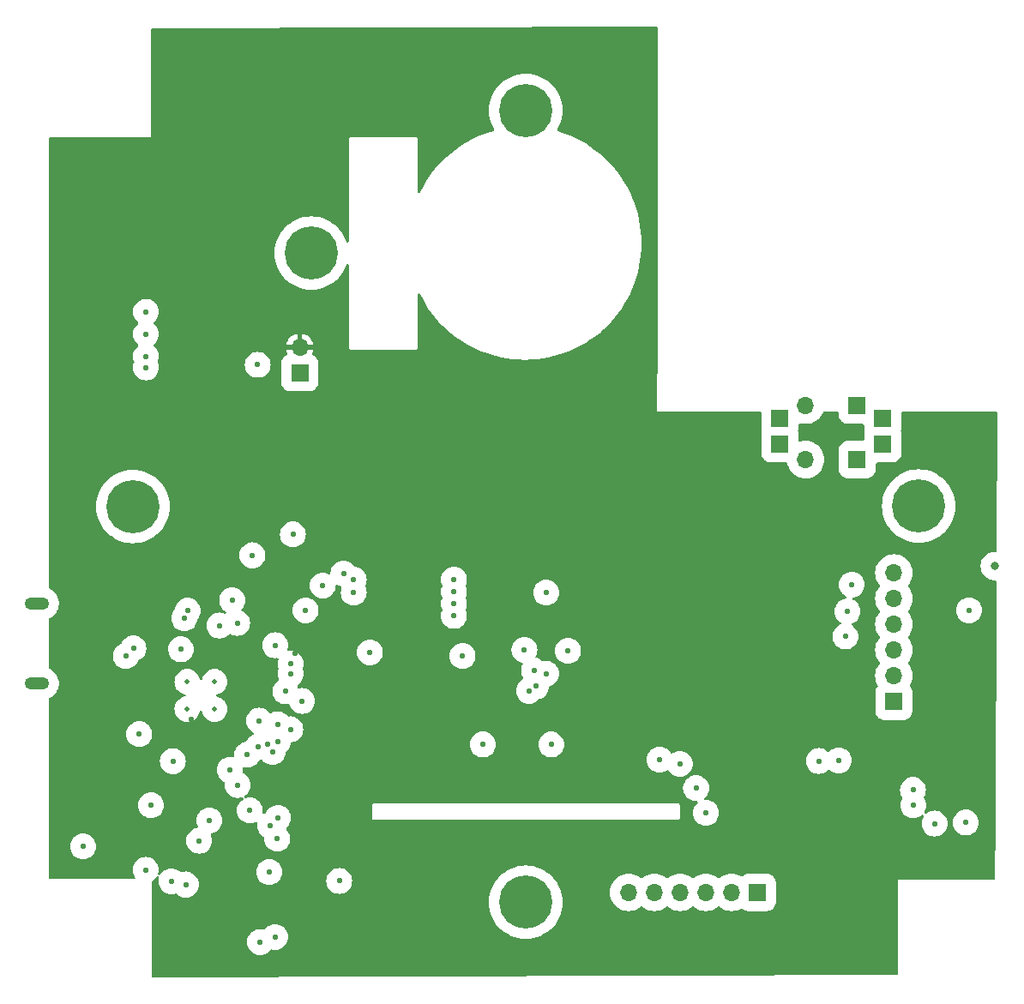
<source format=gbr>
%TF.GenerationSoftware,KiCad,Pcbnew,8.0.6*%
%TF.CreationDate,2025-02-02T22:45:32-05:00*%
%TF.ProjectId,payload_board,7061796c-6f61-4645-9f62-6f6172642e6b,1.0*%
%TF.SameCoordinates,Original*%
%TF.FileFunction,Copper,L2,Inr*%
%TF.FilePolarity,Positive*%
%FSLAX46Y46*%
G04 Gerber Fmt 4.6, Leading zero omitted, Abs format (unit mm)*
G04 Created by KiCad (PCBNEW 8.0.6) date 2025-02-02 22:45:32*
%MOMM*%
%LPD*%
G01*
G04 APERTURE LIST*
%TA.AperFunction,ComponentPad*%
%ADD10C,5.250000*%
%TD*%
%TA.AperFunction,ComponentPad*%
%ADD11R,1.700000X1.700000*%
%TD*%
%TA.AperFunction,ComponentPad*%
%ADD12O,1.700000X1.700000*%
%TD*%
%TA.AperFunction,ComponentPad*%
%ADD13C,0.500000*%
%TD*%
%TA.AperFunction,ComponentPad*%
%ADD14O,2.416000X1.208000*%
%TD*%
%TA.AperFunction,ViaPad*%
%ADD15C,0.550000*%
%TD*%
%TA.AperFunction,ViaPad*%
%ADD16C,0.800000*%
%TD*%
G04 APERTURE END LIST*
D10*
%TO.N,GND*%
%TO.C,*%
X101782992Y-62956243D03*
%TD*%
D11*
%TO.N,CIN-*%
%TO.C,J2*%
X99340000Y-82270000D03*
D12*
%TO.N,GND*%
X99340000Y-79730000D03*
%TO.N,SPI1_SCK_Cam*%
X99340000Y-77190000D03*
%TO.N,SPI1_MISO_Cam*%
X99340000Y-74650000D03*
%TO.N,SPI1_MOSI_Cam*%
X99340000Y-72110000D03*
%TO.N,SPI1_CS_Cam*%
X99340000Y-69570000D03*
%TD*%
D11*
%TO.N,SWCLK*%
%TO.C,J15*%
X85852000Y-101092000D03*
D12*
%TO.N,GND*%
X83312000Y-101092000D03*
%TO.N,SWDIO*%
X80772000Y-101092000D03*
%TO.N,UART1_TX*%
X78232000Y-101092000D03*
%TO.N,GND*%
X75692000Y-101092000D03*
%TO.N,UART1_RX*%
X73152000Y-101092000D03*
%TD*%
D13*
%TO.N,GND*%
%TO.C,IC1*%
X29566400Y-83000000D03*
X32266400Y-83000000D03*
X29566400Y-80300000D03*
X32266400Y-80300000D03*
%TD*%
D11*
%TO.N,GND*%
%TO.C,J12*%
X40676000Y-49777000D03*
D12*
%TO.N,+3.3V*%
X40676000Y-47237000D03*
%TD*%
D10*
%TO.N,GND*%
%TO.C,*%
X24195000Y-63000000D03*
%TD*%
%TO.N,GND*%
%TO.C,J2*%
X62988996Y-102081941D03*
%TD*%
D11*
%TO.N,BGND*%
%TO.C,J_Burn*%
X95705000Y-58360000D03*
X98245000Y-56800000D03*
X98245000Y-54260000D03*
X95705000Y-52990000D03*
D12*
%TO.N,BPWR*%
X90625000Y-58360000D03*
D11*
X88085000Y-56800000D03*
X88085000Y-54260000D03*
D12*
X90625000Y-52990000D03*
%TD*%
D10*
%TO.N,GND*%
%TO.C,*%
X41822243Y-37976859D03*
%TD*%
D14*
%TO.N,N/C*%
%TO.C,J7*%
X14700000Y-80467500D03*
X14700000Y-72567500D03*
%TD*%
D10*
%TO.N,GND*%
%TO.C,J5*%
X62988996Y-23896243D03*
%TD*%
D15*
%TO.N,GND*%
X19280000Y-96560000D03*
X28930000Y-77100000D03*
X93890000Y-88070000D03*
X39250000Y-81250000D03*
X39750000Y-85000000D03*
X25460000Y-98880000D03*
X94750000Y-73350000D03*
X67160000Y-77240000D03*
X28150000Y-88140000D03*
X33750000Y-89000000D03*
X65000000Y-79500000D03*
X36670000Y-84150000D03*
X94540000Y-75830000D03*
X32750000Y-74750000D03*
X65500000Y-86500000D03*
X24830000Y-85470000D03*
X40900000Y-82200000D03*
D16*
X109290000Y-68880000D03*
D15*
X95170000Y-70710000D03*
X65000000Y-71500000D03*
X56750000Y-77750000D03*
%TO.N,I2C1_SDA*%
X38460000Y-95810000D03*
X106430000Y-94210000D03*
%TO.N,I2C1_SCL*%
X37750000Y-94500000D03*
X103350000Y-94310000D03*
%TO.N,SPI0_CS_DISP*%
X63800000Y-79200000D03*
X55900000Y-71400000D03*
%TO.N,Cam_RST*%
X34544000Y-90500000D03*
X36561699Y-86708301D03*
%TO.N,SPI1_SCK_Cam*%
X35500000Y-87500000D03*
X78200000Y-88400000D03*
%TO.N,SPI1_MOSI_Cam*%
X38000000Y-87250000D03*
X76200000Y-88000000D03*
%TO.N,Disp_RST*%
X55900000Y-70200000D03*
X62850000Y-77150000D03*
%TO.N,/USBBOOT*%
X26000000Y-92500000D03*
X31750000Y-94000000D03*
X30750000Y-96000000D03*
X37500000Y-86500000D03*
%TO.N,Disp_DC*%
X38500000Y-86250000D03*
X58750000Y-86500000D03*
%TO.N,SWCLK*%
X39800000Y-79500000D03*
X79800000Y-90800000D03*
%TO.N,SWDIO*%
X39800000Y-78540000D03*
X80772000Y-93250000D03*
%TO.N,/~{RESET}*%
X38250000Y-76700000D03*
X44570000Y-99970000D03*
%TO.N,SPI0_MISO*%
X25500000Y-43770000D03*
X46000000Y-71500000D03*
%TO.N,SPI0_CS_SD*%
X42950000Y-70800000D03*
X25500000Y-49270000D03*
%TO.N,SPI0_SCK*%
X55900000Y-73800000D03*
X63300000Y-81200000D03*
X25500000Y-45970000D03*
X46000000Y-70200000D03*
%TO.N,SPI0_MOSI*%
X45000000Y-69600000D03*
X55900000Y-72600000D03*
X64000000Y-80750000D03*
X25500000Y-48170000D03*
%TO.N,WDT_WDI*%
X37661960Y-99098040D03*
X34500000Y-74500000D03*
%TO.N,ADC0*%
X34000000Y-72250000D03*
X29610000Y-73290000D03*
%TO.N,ADC1*%
X47600000Y-77400000D03*
X29280000Y-74020000D03*
X91920000Y-88130000D03*
X41250000Y-73250000D03*
%TO.N,+3.3V*%
X27500000Y-77500000D03*
X33250000Y-81450000D03*
X32250000Y-106000000D03*
X40250000Y-77500000D03*
X30000000Y-84000000D03*
X62250000Y-68000000D03*
X62187500Y-58140000D03*
X53661000Y-102922000D03*
X85820000Y-87940000D03*
X21720000Y-54010000D03*
X57600000Y-70500000D03*
X25460000Y-80570000D03*
X36400000Y-60000000D03*
X18150000Y-83090000D03*
%TO.N,SD_IND*%
X38500000Y-84500000D03*
X36525000Y-49000000D03*
%TO.N,VBUS*%
X40000000Y-65750000D03*
%TO.N,/D-*%
X24250000Y-77000000D03*
%TO.N,/D+*%
X23500000Y-77750000D03*
%TO.N,UART1_TX*%
X28000000Y-100000000D03*
X36750000Y-106000000D03*
%TO.N,UART1_RX*%
X38250000Y-105500000D03*
X29425000Y-100325000D03*
%TO.N,Net-(IC1-GPIO25)*%
X36000000Y-67812802D03*
%TO.N,CIN-*%
X106750000Y-73250000D03*
%TO.N,BURN_A*%
X38530000Y-93750000D03*
X101250000Y-92500000D03*
%TO.N,BURN_B*%
X35750000Y-93000000D03*
X101220000Y-90990000D03*
%TD*%
%TA.AperFunction,Conductor*%
%TO.N,+3.3V*%
G36*
X75976507Y-15634404D02*
G01*
X76022416Y-15687074D01*
X76033773Y-15738915D01*
X76033773Y-26391307D01*
X75982807Y-46217275D01*
X75963773Y-53621307D01*
X86110427Y-53615330D01*
X86177478Y-53634975D01*
X86223264Y-53687752D01*
X86234500Y-53739330D01*
X86234500Y-55168028D01*
X86234501Y-55168034D01*
X86245113Y-55287415D01*
X86301091Y-55483050D01*
X86301474Y-55484009D01*
X86301527Y-55484575D01*
X86302821Y-55489096D01*
X86301978Y-55489337D01*
X86308058Y-55553568D01*
X86301474Y-55575991D01*
X86301091Y-55576949D01*
X86245114Y-55772583D01*
X86245113Y-55772586D01*
X86234500Y-55891966D01*
X86234500Y-57708028D01*
X86234501Y-57708034D01*
X86245113Y-57827415D01*
X86301089Y-58023045D01*
X86301090Y-58023048D01*
X86301091Y-58023049D01*
X86395302Y-58203407D01*
X86395304Y-58203409D01*
X86523890Y-58361109D01*
X86617803Y-58437684D01*
X86681593Y-58489698D01*
X86861951Y-58583909D01*
X87057582Y-58639886D01*
X87176963Y-58650500D01*
X88694489Y-58650499D01*
X88761528Y-58670184D01*
X88807283Y-58722987D01*
X88815655Y-58748140D01*
X88844921Y-58882672D01*
X88937426Y-59130690D01*
X88937428Y-59130694D01*
X89064280Y-59363005D01*
X89064285Y-59363013D01*
X89222906Y-59574907D01*
X89222922Y-59574925D01*
X89410074Y-59762077D01*
X89410092Y-59762093D01*
X89621986Y-59920714D01*
X89621994Y-59920719D01*
X89854305Y-60047571D01*
X89854309Y-60047573D01*
X89854311Y-60047574D01*
X90102322Y-60140077D01*
X90102325Y-60140077D01*
X90102326Y-60140078D01*
X90119942Y-60143910D01*
X90360974Y-60196343D01*
X90604660Y-60213772D01*
X90624999Y-60215227D01*
X90625000Y-60215227D01*
X90625001Y-60215227D01*
X90643885Y-60213876D01*
X90889026Y-60196343D01*
X91147678Y-60140077D01*
X91395689Y-60047574D01*
X91628011Y-59920716D01*
X91839915Y-59762087D01*
X92027087Y-59574915D01*
X92185716Y-59363011D01*
X92312574Y-59130689D01*
X92405077Y-58882678D01*
X92461343Y-58624026D01*
X92480227Y-58360000D01*
X92461343Y-58095974D01*
X92405077Y-57837322D01*
X92312574Y-57589311D01*
X92185716Y-57356989D01*
X92167445Y-57332582D01*
X92027093Y-57145092D01*
X92027077Y-57145074D01*
X91839925Y-56957922D01*
X91839907Y-56957906D01*
X91628013Y-56799285D01*
X91628005Y-56799280D01*
X91395694Y-56672428D01*
X91395690Y-56672426D01*
X91147673Y-56579921D01*
X90889034Y-56523658D01*
X90889027Y-56523657D01*
X90625001Y-56504773D01*
X90624999Y-56504773D01*
X90360972Y-56523657D01*
X90360965Y-56523658D01*
X90102320Y-56579923D01*
X90098066Y-56581172D01*
X90097750Y-56580097D01*
X90033133Y-56584714D01*
X89971812Y-56551225D01*
X89938331Y-56489900D01*
X89935499Y-56463550D01*
X89935499Y-55891971D01*
X89935499Y-55891964D01*
X89924886Y-55772582D01*
X89868909Y-55576951D01*
X89868903Y-55576939D01*
X89868531Y-55576006D01*
X89868477Y-55575442D01*
X89867179Y-55570904D01*
X89868024Y-55570662D01*
X89861938Y-55506448D01*
X89868531Y-55483994D01*
X89868901Y-55483063D01*
X89868909Y-55483049D01*
X89924886Y-55287418D01*
X89935500Y-55168037D01*
X89935499Y-54886446D01*
X89955183Y-54819409D01*
X90007987Y-54773654D01*
X90077146Y-54763710D01*
X90098017Y-54769039D01*
X90098079Y-54768831D01*
X90102314Y-54770074D01*
X90102322Y-54770077D01*
X90360974Y-54826343D01*
X90604660Y-54843772D01*
X90624999Y-54845227D01*
X90625000Y-54845227D01*
X90625001Y-54845227D01*
X90643885Y-54843876D01*
X90889026Y-54826343D01*
X91147678Y-54770077D01*
X91395689Y-54677574D01*
X91628011Y-54550716D01*
X91839915Y-54392087D01*
X92027087Y-54204915D01*
X92185716Y-53993011D01*
X92312574Y-53760689D01*
X92338096Y-53692259D01*
X92379967Y-53636326D01*
X92445431Y-53611909D01*
X92454196Y-53611593D01*
X93730427Y-53610841D01*
X93797478Y-53630486D01*
X93843264Y-53683263D01*
X93854500Y-53734840D01*
X93854500Y-53898028D01*
X93854501Y-53898034D01*
X93865113Y-54017415D01*
X93921089Y-54213045D01*
X93921090Y-54213048D01*
X93921091Y-54213049D01*
X94015302Y-54393407D01*
X94015304Y-54393409D01*
X94143890Y-54551109D01*
X94237803Y-54627684D01*
X94301593Y-54679698D01*
X94481951Y-54773909D01*
X94677582Y-54829886D01*
X94796963Y-54840500D01*
X96270500Y-54840499D01*
X96337539Y-54860184D01*
X96383294Y-54912987D01*
X96394500Y-54964498D01*
X96394500Y-55168028D01*
X96394501Y-55168034D01*
X96405113Y-55287415D01*
X96461091Y-55483050D01*
X96461474Y-55484009D01*
X96461527Y-55484575D01*
X96462821Y-55489096D01*
X96461978Y-55489337D01*
X96468058Y-55553568D01*
X96461474Y-55575991D01*
X96461091Y-55576949D01*
X96405114Y-55772583D01*
X96405113Y-55772586D01*
X96394500Y-55891966D01*
X96394500Y-56385500D01*
X96374815Y-56452539D01*
X96322011Y-56498294D01*
X96270500Y-56509500D01*
X94796971Y-56509500D01*
X94796965Y-56509500D01*
X94796964Y-56509501D01*
X94785316Y-56510536D01*
X94677584Y-56520113D01*
X94481954Y-56576089D01*
X94391772Y-56623196D01*
X94301593Y-56670302D01*
X94301591Y-56670303D01*
X94301590Y-56670304D01*
X94143890Y-56798890D01*
X94015304Y-56956590D01*
X94015302Y-56956593D01*
X94014608Y-56957922D01*
X93921089Y-57136954D01*
X93865114Y-57332583D01*
X93865113Y-57332586D01*
X93854500Y-57451966D01*
X93854500Y-59268028D01*
X93854501Y-59268034D01*
X93865113Y-59387415D01*
X93921089Y-59583045D01*
X93921090Y-59583048D01*
X93921091Y-59583049D01*
X94015302Y-59763407D01*
X94015304Y-59763409D01*
X94143890Y-59921109D01*
X94237803Y-59997684D01*
X94301593Y-60049698D01*
X94481951Y-60143909D01*
X94677582Y-60199886D01*
X94796963Y-60210500D01*
X96613036Y-60210499D01*
X96732418Y-60199886D01*
X96928049Y-60143909D01*
X97108407Y-60049698D01*
X97266109Y-59921109D01*
X97394698Y-59763407D01*
X97488909Y-59583049D01*
X97544886Y-59387418D01*
X97555500Y-59268037D01*
X97555499Y-58774498D01*
X97575183Y-58707460D01*
X97627987Y-58661705D01*
X97679499Y-58650499D01*
X99153028Y-58650499D01*
X99153036Y-58650499D01*
X99272418Y-58639886D01*
X99468049Y-58583909D01*
X99648407Y-58489698D01*
X99806109Y-58361109D01*
X99934698Y-58203407D01*
X100028909Y-58023049D01*
X100084886Y-57827418D01*
X100095500Y-57708037D01*
X100095499Y-55891964D01*
X100084886Y-55772582D01*
X100028909Y-55576951D01*
X100028903Y-55576939D01*
X100028531Y-55576006D01*
X100028477Y-55575442D01*
X100027179Y-55570904D01*
X100028024Y-55570662D01*
X100021938Y-55506448D01*
X100028531Y-55483994D01*
X100028901Y-55483063D01*
X100028909Y-55483049D01*
X100084886Y-55287418D01*
X100095500Y-55168037D01*
X100095499Y-53731018D01*
X100115184Y-53663980D01*
X100167987Y-53618225D01*
X100219425Y-53607019D01*
X109412122Y-53601604D01*
X109479171Y-53621249D01*
X109524957Y-53674026D01*
X109536192Y-53726138D01*
X109477479Y-67356034D01*
X109457506Y-67422988D01*
X109404505Y-67468515D01*
X109353480Y-67479500D01*
X109173951Y-67479500D01*
X109128164Y-67487140D01*
X108945015Y-67517702D01*
X108725504Y-67593061D01*
X108725495Y-67593064D01*
X108521371Y-67703531D01*
X108521365Y-67703535D01*
X108338222Y-67846081D01*
X108338219Y-67846084D01*
X108181016Y-68016852D01*
X108054075Y-68211151D01*
X107960842Y-68423699D01*
X107903866Y-68648691D01*
X107903864Y-68648702D01*
X107884700Y-68879993D01*
X107884700Y-68880006D01*
X107903864Y-69111297D01*
X107903866Y-69111308D01*
X107960842Y-69336300D01*
X108054075Y-69548848D01*
X108181016Y-69743147D01*
X108181019Y-69743151D01*
X108181021Y-69743153D01*
X108338216Y-69913913D01*
X108338219Y-69913915D01*
X108338222Y-69913918D01*
X108521365Y-70056464D01*
X108521371Y-70056468D01*
X108521374Y-70056470D01*
X108725497Y-70166936D01*
X108821806Y-70199999D01*
X108945015Y-70242297D01*
X108945017Y-70242297D01*
X108945019Y-70242298D01*
X109173951Y-70280500D01*
X109173952Y-70280500D01*
X109340345Y-70280500D01*
X109407384Y-70300185D01*
X109453139Y-70352989D01*
X109464344Y-70405034D01*
X109361531Y-94272273D01*
X109338194Y-99689922D01*
X109338122Y-99706534D01*
X109318149Y-99773488D01*
X109265148Y-99819015D01*
X109214123Y-99830000D01*
X99789999Y-99830000D01*
X99770000Y-99849999D01*
X99770000Y-109110022D01*
X99750315Y-109177061D01*
X99697511Y-109222816D01*
X99646433Y-109234021D01*
X26204433Y-109490389D01*
X26137325Y-109470939D01*
X26091386Y-109418295D01*
X26080000Y-109366390D01*
X26080000Y-105999999D01*
X35469628Y-105999999D01*
X35469628Y-106000000D01*
X35489079Y-106222329D01*
X35489081Y-106222339D01*
X35546841Y-106437905D01*
X35546843Y-106437909D01*
X35546844Y-106437913D01*
X35641165Y-106640186D01*
X35769178Y-106823007D01*
X35926993Y-106980822D01*
X36109814Y-107108835D01*
X36312087Y-107203156D01*
X36527666Y-107260920D01*
X36705533Y-107276481D01*
X36749999Y-107280372D01*
X36750000Y-107280372D01*
X36750001Y-107280372D01*
X36787055Y-107277130D01*
X36972334Y-107260920D01*
X37187913Y-107203156D01*
X37390186Y-107108835D01*
X37573007Y-106980822D01*
X37730822Y-106823007D01*
X37764521Y-106774878D01*
X37819097Y-106731254D01*
X37888595Y-106724060D01*
X37898189Y-106726227D01*
X37942804Y-106738181D01*
X38027666Y-106760920D01*
X38205533Y-106776481D01*
X38249999Y-106780372D01*
X38250000Y-106780372D01*
X38250001Y-106780372D01*
X38287055Y-106777130D01*
X38472334Y-106760920D01*
X38687913Y-106703156D01*
X38890186Y-106608835D01*
X39073007Y-106480822D01*
X39230822Y-106323007D01*
X39358835Y-106140186D01*
X39453156Y-105937913D01*
X39510920Y-105722334D01*
X39530372Y-105500000D01*
X39510920Y-105277666D01*
X39453156Y-105062087D01*
X39358835Y-104859814D01*
X39230822Y-104676993D01*
X39073007Y-104519178D01*
X38890186Y-104391165D01*
X38687913Y-104296844D01*
X38687909Y-104296843D01*
X38687905Y-104296841D01*
X38472339Y-104239081D01*
X38472329Y-104239079D01*
X38250001Y-104219628D01*
X38249999Y-104219628D01*
X38027670Y-104239079D01*
X38027660Y-104239081D01*
X37812094Y-104296841D01*
X37812087Y-104296843D01*
X37812087Y-104296844D01*
X37609814Y-104391165D01*
X37426993Y-104519178D01*
X37426991Y-104519179D01*
X37426988Y-104519182D01*
X37269181Y-104676989D01*
X37269176Y-104676995D01*
X37235477Y-104725122D01*
X37180899Y-104768746D01*
X37111401Y-104775938D01*
X37101810Y-104773772D01*
X36972339Y-104739081D01*
X36972329Y-104739079D01*
X36750001Y-104719628D01*
X36749999Y-104719628D01*
X36527670Y-104739079D01*
X36527660Y-104739081D01*
X36312094Y-104796841D01*
X36312087Y-104796843D01*
X36312087Y-104796844D01*
X36109814Y-104891165D01*
X35926993Y-105019178D01*
X35926991Y-105019179D01*
X35926988Y-105019182D01*
X35769182Y-105176988D01*
X35769179Y-105176991D01*
X35769178Y-105176993D01*
X35698690Y-105277660D01*
X35641165Y-105359814D01*
X35546845Y-105562085D01*
X35546841Y-105562094D01*
X35489081Y-105777660D01*
X35489079Y-105777670D01*
X35469628Y-105999999D01*
X26080000Y-105999999D01*
X26080000Y-102081940D01*
X59358521Y-102081940D01*
X59358521Y-102081941D01*
X59378409Y-102461430D01*
X59437855Y-102836753D01*
X59437856Y-102836760D01*
X59536210Y-103203823D01*
X59672393Y-103558591D01*
X59844914Y-103897183D01*
X60051874Y-104215874D01*
X60051876Y-104215876D01*
X60051879Y-104215880D01*
X60051880Y-104215881D01*
X60291027Y-104511203D01*
X60559734Y-104779910D01*
X60658408Y-104859814D01*
X60855060Y-105019060D01*
X60855062Y-105019062D01*
X61173753Y-105226022D01*
X61173758Y-105226025D01*
X61512349Y-105398545D01*
X61867118Y-105534728D01*
X62234178Y-105633081D01*
X62609508Y-105692528D01*
X62968007Y-105711316D01*
X62988995Y-105712416D01*
X62988996Y-105712416D01*
X62988997Y-105712416D01*
X63008885Y-105711373D01*
X63368484Y-105692528D01*
X63743814Y-105633081D01*
X64110874Y-105534728D01*
X64465643Y-105398545D01*
X64804234Y-105226025D01*
X65122750Y-105019178D01*
X65122929Y-105019062D01*
X65122931Y-105019060D01*
X65122936Y-105019057D01*
X65418258Y-104779910D01*
X65686965Y-104511203D01*
X65926112Y-104215881D01*
X66133080Y-103897179D01*
X66305600Y-103558588D01*
X66441783Y-103203819D01*
X66540136Y-102836759D01*
X66599583Y-102461429D01*
X66619471Y-102081941D01*
X66599583Y-101702453D01*
X66540136Y-101327123D01*
X66477135Y-101091998D01*
X71296773Y-101091998D01*
X71296773Y-101092001D01*
X71315657Y-101356027D01*
X71315658Y-101356034D01*
X71371921Y-101614673D01*
X71464426Y-101862690D01*
X71464428Y-101862694D01*
X71591280Y-102095005D01*
X71591285Y-102095013D01*
X71749906Y-102306907D01*
X71749922Y-102306925D01*
X71937074Y-102494077D01*
X71937092Y-102494093D01*
X72148986Y-102652714D01*
X72148994Y-102652719D01*
X72381305Y-102779571D01*
X72381309Y-102779573D01*
X72381311Y-102779574D01*
X72629322Y-102872077D01*
X72629325Y-102872077D01*
X72629326Y-102872078D01*
X72646942Y-102875910D01*
X72887974Y-102928343D01*
X73131660Y-102945772D01*
X73151999Y-102947227D01*
X73152000Y-102947227D01*
X73152001Y-102947227D01*
X73170885Y-102945876D01*
X73416026Y-102928343D01*
X73674678Y-102872077D01*
X73922689Y-102779574D01*
X74155011Y-102652716D01*
X74265155Y-102570263D01*
X74347690Y-102508479D01*
X74413154Y-102484062D01*
X74481427Y-102498914D01*
X74496310Y-102508479D01*
X74688986Y-102652714D01*
X74688994Y-102652719D01*
X74921305Y-102779571D01*
X74921309Y-102779573D01*
X74921311Y-102779574D01*
X75169322Y-102872077D01*
X75169325Y-102872077D01*
X75169326Y-102872078D01*
X75186942Y-102875910D01*
X75427974Y-102928343D01*
X75671660Y-102945772D01*
X75691999Y-102947227D01*
X75692000Y-102947227D01*
X75692001Y-102947227D01*
X75710885Y-102945876D01*
X75956026Y-102928343D01*
X76214678Y-102872077D01*
X76462689Y-102779574D01*
X76695011Y-102652716D01*
X76805155Y-102570263D01*
X76887690Y-102508479D01*
X76953154Y-102484062D01*
X77021427Y-102498914D01*
X77036310Y-102508479D01*
X77228986Y-102652714D01*
X77228994Y-102652719D01*
X77461305Y-102779571D01*
X77461309Y-102779573D01*
X77461311Y-102779574D01*
X77709322Y-102872077D01*
X77709325Y-102872077D01*
X77709326Y-102872078D01*
X77726942Y-102875910D01*
X77967974Y-102928343D01*
X78211660Y-102945772D01*
X78231999Y-102947227D01*
X78232000Y-102947227D01*
X78232001Y-102947227D01*
X78250885Y-102945876D01*
X78496026Y-102928343D01*
X78754678Y-102872077D01*
X79002689Y-102779574D01*
X79235011Y-102652716D01*
X79345155Y-102570263D01*
X79427690Y-102508479D01*
X79493154Y-102484062D01*
X79561427Y-102498914D01*
X79576310Y-102508479D01*
X79768986Y-102652714D01*
X79768994Y-102652719D01*
X80001305Y-102779571D01*
X80001309Y-102779573D01*
X80001311Y-102779574D01*
X80249322Y-102872077D01*
X80249325Y-102872077D01*
X80249326Y-102872078D01*
X80266942Y-102875910D01*
X80507974Y-102928343D01*
X80751660Y-102945772D01*
X80771999Y-102947227D01*
X80772000Y-102947227D01*
X80772001Y-102947227D01*
X80790885Y-102945876D01*
X81036026Y-102928343D01*
X81294678Y-102872077D01*
X81542689Y-102779574D01*
X81775011Y-102652716D01*
X81885155Y-102570263D01*
X81967690Y-102508479D01*
X82033154Y-102484062D01*
X82101427Y-102498914D01*
X82116310Y-102508479D01*
X82308986Y-102652714D01*
X82308994Y-102652719D01*
X82541305Y-102779571D01*
X82541309Y-102779573D01*
X82541311Y-102779574D01*
X82789322Y-102872077D01*
X82789325Y-102872077D01*
X82789326Y-102872078D01*
X82806942Y-102875910D01*
X83047974Y-102928343D01*
X83291660Y-102945772D01*
X83311999Y-102947227D01*
X83312000Y-102947227D01*
X83312001Y-102947227D01*
X83330885Y-102945876D01*
X83576026Y-102928343D01*
X83834678Y-102872077D01*
X84082689Y-102779574D01*
X84227103Y-102700716D01*
X84295374Y-102685865D01*
X84360839Y-102710281D01*
X84364891Y-102713447D01*
X84448593Y-102781698D01*
X84628951Y-102875909D01*
X84824582Y-102931886D01*
X84943963Y-102942500D01*
X86760036Y-102942499D01*
X86879418Y-102931886D01*
X87075049Y-102875909D01*
X87255407Y-102781698D01*
X87413109Y-102653109D01*
X87541698Y-102495407D01*
X87635909Y-102315049D01*
X87691886Y-102119418D01*
X87702500Y-102000037D01*
X87702499Y-100183964D01*
X87691886Y-100064582D01*
X87641098Y-99887085D01*
X87635910Y-99868954D01*
X87635909Y-99868953D01*
X87635909Y-99868951D01*
X87541698Y-99688593D01*
X87456188Y-99583723D01*
X87413109Y-99530890D01*
X87258014Y-99404428D01*
X87255407Y-99402302D01*
X87075049Y-99308091D01*
X87075048Y-99308090D01*
X87075045Y-99308089D01*
X86957829Y-99274550D01*
X86879418Y-99252114D01*
X86879415Y-99252113D01*
X86879413Y-99252113D01*
X86813102Y-99246217D01*
X86760037Y-99241500D01*
X86760032Y-99241500D01*
X84943971Y-99241500D01*
X84943965Y-99241500D01*
X84943964Y-99241501D01*
X84932316Y-99242536D01*
X84824584Y-99252113D01*
X84628954Y-99308089D01*
X84448587Y-99402305D01*
X84364889Y-99470552D01*
X84300493Y-99497661D01*
X84231663Y-99485651D01*
X84227102Y-99483282D01*
X84082694Y-99404428D01*
X84082690Y-99404426D01*
X83834673Y-99311921D01*
X83576034Y-99255658D01*
X83576027Y-99255657D01*
X83312001Y-99236773D01*
X83311999Y-99236773D01*
X83047972Y-99255657D01*
X83047965Y-99255658D01*
X82789326Y-99311921D01*
X82541309Y-99404426D01*
X82541305Y-99404428D01*
X82308994Y-99531280D01*
X82308986Y-99531285D01*
X82116310Y-99675520D01*
X82050845Y-99699937D01*
X81982573Y-99685085D01*
X81967690Y-99675520D01*
X81775013Y-99531285D01*
X81775005Y-99531280D01*
X81542694Y-99404428D01*
X81542690Y-99404426D01*
X81294673Y-99311921D01*
X81036034Y-99255658D01*
X81036027Y-99255657D01*
X80772001Y-99236773D01*
X80771999Y-99236773D01*
X80507972Y-99255657D01*
X80507965Y-99255658D01*
X80249326Y-99311921D01*
X80001309Y-99404426D01*
X80001305Y-99404428D01*
X79768994Y-99531280D01*
X79768986Y-99531285D01*
X79576310Y-99675520D01*
X79510845Y-99699937D01*
X79442573Y-99685085D01*
X79427690Y-99675520D01*
X79235013Y-99531285D01*
X79235005Y-99531280D01*
X79002694Y-99404428D01*
X79002690Y-99404426D01*
X78754673Y-99311921D01*
X78496034Y-99255658D01*
X78496027Y-99255657D01*
X78232001Y-99236773D01*
X78231999Y-99236773D01*
X77967972Y-99255657D01*
X77967965Y-99255658D01*
X77709326Y-99311921D01*
X77461309Y-99404426D01*
X77461305Y-99404428D01*
X77228994Y-99531280D01*
X77228986Y-99531285D01*
X77036310Y-99675520D01*
X76970845Y-99699937D01*
X76902573Y-99685085D01*
X76887690Y-99675520D01*
X76695013Y-99531285D01*
X76695005Y-99531280D01*
X76462694Y-99404428D01*
X76462690Y-99404426D01*
X76214673Y-99311921D01*
X75956034Y-99255658D01*
X75956027Y-99255657D01*
X75692001Y-99236773D01*
X75691999Y-99236773D01*
X75427972Y-99255657D01*
X75427965Y-99255658D01*
X75169326Y-99311921D01*
X74921309Y-99404426D01*
X74921305Y-99404428D01*
X74688994Y-99531280D01*
X74688986Y-99531285D01*
X74496310Y-99675520D01*
X74430845Y-99699937D01*
X74362573Y-99685085D01*
X74347690Y-99675520D01*
X74155013Y-99531285D01*
X74155005Y-99531280D01*
X73922694Y-99404428D01*
X73922690Y-99404426D01*
X73674673Y-99311921D01*
X73416034Y-99255658D01*
X73416027Y-99255657D01*
X73152001Y-99236773D01*
X73151999Y-99236773D01*
X72887972Y-99255657D01*
X72887965Y-99255658D01*
X72629326Y-99311921D01*
X72381309Y-99404426D01*
X72381305Y-99404428D01*
X72148994Y-99531280D01*
X72148986Y-99531285D01*
X71937092Y-99689906D01*
X71937074Y-99689922D01*
X71749922Y-99877074D01*
X71749906Y-99877092D01*
X71591285Y-100088986D01*
X71591280Y-100088994D01*
X71464428Y-100321305D01*
X71464426Y-100321309D01*
X71371921Y-100569326D01*
X71315658Y-100827965D01*
X71315657Y-100827972D01*
X71296773Y-101091998D01*
X66477135Y-101091998D01*
X66441783Y-100960063D01*
X66305600Y-100605294D01*
X66133080Y-100266704D01*
X66084784Y-100192334D01*
X65926113Y-99948002D01*
X65761723Y-99744998D01*
X65686965Y-99652679D01*
X65418258Y-99383972D01*
X65122936Y-99144825D01*
X65122933Y-99144823D01*
X65122931Y-99144821D01*
X65122929Y-99144819D01*
X64804238Y-98937859D01*
X64465646Y-98765338D01*
X64110878Y-98629155D01*
X63743815Y-98530801D01*
X63743808Y-98530800D01*
X63368485Y-98471354D01*
X62988997Y-98451466D01*
X62988995Y-98451466D01*
X62609506Y-98471354D01*
X62234183Y-98530800D01*
X62234176Y-98530801D01*
X61867113Y-98629155D01*
X61512345Y-98765338D01*
X61173754Y-98937859D01*
X60855057Y-99144823D01*
X60559738Y-99383968D01*
X60559730Y-99383975D01*
X60291030Y-99652675D01*
X60291023Y-99652683D01*
X60051878Y-99948002D01*
X59844914Y-100266699D01*
X59672393Y-100605290D01*
X59536210Y-100960058D01*
X59437856Y-101327121D01*
X59437855Y-101327128D01*
X59378409Y-101702451D01*
X59358521Y-102081940D01*
X26080000Y-102081940D01*
X26080000Y-100067519D01*
X26099685Y-100000480D01*
X26132872Y-99965947D01*
X26283007Y-99860822D01*
X26440822Y-99703007D01*
X26553009Y-99542786D01*
X26607585Y-99499163D01*
X26677084Y-99491971D01*
X26739438Y-99523493D01*
X26774852Y-99583723D01*
X26774358Y-99646005D01*
X26739081Y-99777660D01*
X26739079Y-99777670D01*
X26719628Y-99999999D01*
X26719628Y-100000000D01*
X26739079Y-100222329D01*
X26739081Y-100222339D01*
X26796841Y-100437905D01*
X26796843Y-100437909D01*
X26796844Y-100437913D01*
X26891165Y-100640186D01*
X27019178Y-100823007D01*
X27176993Y-100980822D01*
X27359814Y-101108835D01*
X27562087Y-101203156D01*
X27777666Y-101260920D01*
X27955533Y-101276481D01*
X27999999Y-101280372D01*
X28000000Y-101280372D01*
X28000001Y-101280372D01*
X28037055Y-101277130D01*
X28222334Y-101260920D01*
X28417199Y-101208706D01*
X28487046Y-101210369D01*
X28536971Y-101240800D01*
X28601993Y-101305822D01*
X28784814Y-101433835D01*
X28987087Y-101528156D01*
X29202666Y-101585920D01*
X29380533Y-101601481D01*
X29424999Y-101605372D01*
X29425000Y-101605372D01*
X29425001Y-101605372D01*
X29462055Y-101602130D01*
X29647334Y-101585920D01*
X29862913Y-101528156D01*
X30065186Y-101433835D01*
X30248007Y-101305822D01*
X30405822Y-101148007D01*
X30533835Y-100965186D01*
X30628156Y-100762913D01*
X30685920Y-100547334D01*
X30705372Y-100325000D01*
X30685920Y-100102666D01*
X30628156Y-99887087D01*
X30533835Y-99684814D01*
X30405822Y-99501993D01*
X30248007Y-99344178D01*
X30065186Y-99216165D01*
X29862913Y-99121844D01*
X29862909Y-99121843D01*
X29862905Y-99121841D01*
X29774074Y-99098039D01*
X36381588Y-99098039D01*
X36381588Y-99098040D01*
X36401039Y-99320369D01*
X36401041Y-99320379D01*
X36458801Y-99535945D01*
X36458803Y-99535949D01*
X36458804Y-99535953D01*
X36553125Y-99738226D01*
X36681138Y-99921047D01*
X36838953Y-100078862D01*
X37021774Y-100206875D01*
X37224047Y-100301196D01*
X37439626Y-100358960D01*
X37617493Y-100374521D01*
X37661959Y-100378412D01*
X37661960Y-100378412D01*
X37661961Y-100378412D01*
X37699015Y-100375170D01*
X37884294Y-100358960D01*
X38099873Y-100301196D01*
X38302146Y-100206875D01*
X38484967Y-100078862D01*
X38593830Y-99969999D01*
X43289628Y-99969999D01*
X43289628Y-99970000D01*
X43309079Y-100192329D01*
X43309081Y-100192339D01*
X43366841Y-100407905D01*
X43366843Y-100407909D01*
X43366844Y-100407913D01*
X43461165Y-100610186D01*
X43589178Y-100793007D01*
X43746993Y-100950822D01*
X43929814Y-101078835D01*
X44132087Y-101173156D01*
X44347666Y-101230920D01*
X44525533Y-101246481D01*
X44569999Y-101250372D01*
X44570000Y-101250372D01*
X44570001Y-101250372D01*
X44607055Y-101247130D01*
X44792334Y-101230920D01*
X45007913Y-101173156D01*
X45210186Y-101078835D01*
X45393007Y-100950822D01*
X45550822Y-100793007D01*
X45678835Y-100610186D01*
X45773156Y-100407913D01*
X45830920Y-100192334D01*
X45850372Y-99970000D01*
X45830920Y-99747666D01*
X45773156Y-99532087D01*
X45678835Y-99329814D01*
X45550822Y-99146993D01*
X45393007Y-98989178D01*
X45210186Y-98861165D01*
X45007913Y-98766844D01*
X45007909Y-98766843D01*
X45007905Y-98766841D01*
X44792339Y-98709081D01*
X44792329Y-98709079D01*
X44570001Y-98689628D01*
X44569999Y-98689628D01*
X44347670Y-98709079D01*
X44347660Y-98709081D01*
X44132094Y-98766841D01*
X44132087Y-98766843D01*
X44132087Y-98766844D01*
X43929814Y-98861165D01*
X43746993Y-98989178D01*
X43746991Y-98989179D01*
X43746988Y-98989182D01*
X43589182Y-99146988D01*
X43589179Y-99146991D01*
X43589178Y-99146993D01*
X43461165Y-99329814D01*
X43367219Y-99531284D01*
X43366845Y-99532085D01*
X43366841Y-99532094D01*
X43309081Y-99747660D01*
X43309079Y-99747670D01*
X43289628Y-99969999D01*
X38593830Y-99969999D01*
X38642782Y-99921047D01*
X38770795Y-99738226D01*
X38865116Y-99535953D01*
X38922880Y-99320374D01*
X38942332Y-99098040D01*
X38922880Y-98875706D01*
X38865116Y-98660127D01*
X38770795Y-98457854D01*
X38642782Y-98275033D01*
X38484967Y-98117218D01*
X38302146Y-97989205D01*
X38099873Y-97894884D01*
X38099869Y-97894883D01*
X38099865Y-97894881D01*
X37884299Y-97837121D01*
X37884289Y-97837119D01*
X37661961Y-97817668D01*
X37661959Y-97817668D01*
X37439630Y-97837119D01*
X37439620Y-97837121D01*
X37224054Y-97894881D01*
X37224047Y-97894883D01*
X37224047Y-97894884D01*
X37021774Y-97989205D01*
X36838953Y-98117218D01*
X36838951Y-98117219D01*
X36838948Y-98117222D01*
X36681142Y-98275028D01*
X36553125Y-98457854D01*
X36458805Y-98660125D01*
X36458801Y-98660134D01*
X36401041Y-98875700D01*
X36401039Y-98875710D01*
X36381588Y-99098039D01*
X29774074Y-99098039D01*
X29647339Y-99064081D01*
X29647329Y-99064079D01*
X29425001Y-99044628D01*
X29424999Y-99044628D01*
X29202670Y-99064079D01*
X29202660Y-99064081D01*
X29007802Y-99116293D01*
X28937952Y-99114630D01*
X28888028Y-99084199D01*
X28823011Y-99019182D01*
X28823007Y-99019178D01*
X28640186Y-98891165D01*
X28437913Y-98796844D01*
X28437909Y-98796843D01*
X28437905Y-98796841D01*
X28222339Y-98739081D01*
X28222329Y-98739079D01*
X28000001Y-98719628D01*
X27999999Y-98719628D01*
X27777670Y-98739079D01*
X27777660Y-98739081D01*
X27562094Y-98796841D01*
X27562087Y-98796843D01*
X27562087Y-98796844D01*
X27359814Y-98891165D01*
X27176993Y-99019178D01*
X27176991Y-99019179D01*
X27176988Y-99019182D01*
X27019178Y-99176992D01*
X26906990Y-99337211D01*
X26852413Y-99380836D01*
X26782914Y-99388028D01*
X26720560Y-99356505D01*
X26685147Y-99296275D01*
X26685640Y-99233997D01*
X26720920Y-99102334D01*
X26740372Y-98880000D01*
X26720920Y-98657666D01*
X26663156Y-98442087D01*
X26568835Y-98239814D01*
X26440822Y-98056993D01*
X26283007Y-97899178D01*
X26100186Y-97771165D01*
X25897913Y-97676844D01*
X25897909Y-97676843D01*
X25897905Y-97676841D01*
X25682339Y-97619081D01*
X25682329Y-97619079D01*
X25460001Y-97599628D01*
X25459999Y-97599628D01*
X25237670Y-97619079D01*
X25237660Y-97619081D01*
X25022094Y-97676841D01*
X25022087Y-97676843D01*
X25022087Y-97676844D01*
X24819814Y-97771165D01*
X24636993Y-97899178D01*
X24636991Y-97899179D01*
X24636988Y-97899182D01*
X24479182Y-98056988D01*
X24351165Y-98239814D01*
X24256845Y-98442085D01*
X24256841Y-98442094D01*
X24199081Y-98657660D01*
X24199079Y-98657670D01*
X24179628Y-98879999D01*
X24179628Y-98880000D01*
X24199079Y-99102329D01*
X24199081Y-99102339D01*
X24256841Y-99317905D01*
X24256843Y-99317909D01*
X24256844Y-99317913D01*
X24351165Y-99520186D01*
X24403464Y-99594876D01*
X24425791Y-99661083D01*
X24408781Y-99728850D01*
X24357833Y-99776663D01*
X24301889Y-99790000D01*
X16003899Y-99790000D01*
X15936860Y-99770315D01*
X15891105Y-99717511D01*
X15879899Y-99666000D01*
X15879899Y-96559999D01*
X17999628Y-96559999D01*
X17999628Y-96560000D01*
X18019079Y-96782329D01*
X18019081Y-96782339D01*
X18076841Y-96997905D01*
X18076843Y-96997909D01*
X18076844Y-96997913D01*
X18171165Y-97200186D01*
X18299178Y-97383007D01*
X18456993Y-97540822D01*
X18639814Y-97668835D01*
X18842087Y-97763156D01*
X19057666Y-97820920D01*
X19235533Y-97836481D01*
X19279999Y-97840372D01*
X19280000Y-97840372D01*
X19280001Y-97840372D01*
X19317181Y-97837119D01*
X19502334Y-97820920D01*
X19717913Y-97763156D01*
X19920186Y-97668835D01*
X20103007Y-97540822D01*
X20260822Y-97383007D01*
X20388835Y-97200186D01*
X20483156Y-96997913D01*
X20540920Y-96782334D01*
X20560372Y-96560000D01*
X20540920Y-96337666D01*
X20483156Y-96122087D01*
X20426226Y-95999999D01*
X29469628Y-95999999D01*
X29469628Y-96000000D01*
X29489079Y-96222329D01*
X29489081Y-96222339D01*
X29546841Y-96437905D01*
X29546843Y-96437909D01*
X29546844Y-96437913D01*
X29641165Y-96640186D01*
X29769178Y-96823007D01*
X29926993Y-96980822D01*
X30109814Y-97108835D01*
X30312087Y-97203156D01*
X30527666Y-97260920D01*
X30705533Y-97276481D01*
X30749999Y-97280372D01*
X30750000Y-97280372D01*
X30750001Y-97280372D01*
X30787055Y-97277130D01*
X30972334Y-97260920D01*
X31187913Y-97203156D01*
X31390186Y-97108835D01*
X31573007Y-96980822D01*
X31730822Y-96823007D01*
X31858835Y-96640186D01*
X31953156Y-96437913D01*
X32010920Y-96222334D01*
X32030372Y-96000000D01*
X32010920Y-95777666D01*
X31953156Y-95562087D01*
X31892900Y-95432868D01*
X31882409Y-95363792D01*
X31910929Y-95300008D01*
X31969405Y-95261769D01*
X31973152Y-95260700D01*
X32187913Y-95203156D01*
X32390186Y-95108835D01*
X32573007Y-94980822D01*
X32730822Y-94823007D01*
X32858835Y-94640186D01*
X32953156Y-94437913D01*
X33010920Y-94222334D01*
X33030372Y-94000000D01*
X33010920Y-93777666D01*
X32965682Y-93608834D01*
X32953158Y-93562094D01*
X32953157Y-93562093D01*
X32953156Y-93562087D01*
X32858835Y-93359814D01*
X32730822Y-93176993D01*
X32573007Y-93019178D01*
X32390186Y-92891165D01*
X32187913Y-92796844D01*
X32187909Y-92796843D01*
X32187905Y-92796841D01*
X31972339Y-92739081D01*
X31972329Y-92739079D01*
X31750001Y-92719628D01*
X31749999Y-92719628D01*
X31527670Y-92739079D01*
X31527660Y-92739081D01*
X31312094Y-92796841D01*
X31312087Y-92796843D01*
X31312087Y-92796844D01*
X31109814Y-92891165D01*
X30926993Y-93019178D01*
X30926991Y-93019179D01*
X30926988Y-93019182D01*
X30769182Y-93176988D01*
X30769179Y-93176991D01*
X30769178Y-93176993D01*
X30641165Y-93359814D01*
X30562898Y-93527660D01*
X30546845Y-93562085D01*
X30546841Y-93562094D01*
X30489081Y-93777660D01*
X30489079Y-93777670D01*
X30469628Y-93999999D01*
X30469628Y-94000000D01*
X30489079Y-94222329D01*
X30489081Y-94222339D01*
X30546841Y-94437905D01*
X30546846Y-94437919D01*
X30607098Y-94567130D01*
X30617590Y-94636207D01*
X30589070Y-94699991D01*
X30530593Y-94738230D01*
X30526810Y-94739309D01*
X30312091Y-94796842D01*
X30312087Y-94796844D01*
X30109814Y-94891165D01*
X29926993Y-95019178D01*
X29926991Y-95019179D01*
X29926988Y-95019182D01*
X29769182Y-95176988D01*
X29769179Y-95176991D01*
X29769178Y-95176993D01*
X29689474Y-95290822D01*
X29641165Y-95359814D01*
X29546845Y-95562085D01*
X29546841Y-95562094D01*
X29489081Y-95777660D01*
X29489079Y-95777670D01*
X29469628Y-95999999D01*
X20426226Y-95999999D01*
X20388835Y-95919814D01*
X20260822Y-95736993D01*
X20103007Y-95579178D01*
X19920186Y-95451165D01*
X19717913Y-95356844D01*
X19717909Y-95356843D01*
X19717905Y-95356841D01*
X19502339Y-95299081D01*
X19502329Y-95299079D01*
X19280001Y-95279628D01*
X19279999Y-95279628D01*
X19057670Y-95299079D01*
X19057660Y-95299081D01*
X18842094Y-95356841D01*
X18842087Y-95356843D01*
X18842087Y-95356844D01*
X18639814Y-95451165D01*
X18456993Y-95579178D01*
X18456991Y-95579179D01*
X18456988Y-95579182D01*
X18299182Y-95736988D01*
X18299179Y-95736991D01*
X18299178Y-95736993D01*
X18270696Y-95777670D01*
X18171165Y-95919814D01*
X18076845Y-96122085D01*
X18076841Y-96122094D01*
X18019081Y-96337660D01*
X18019079Y-96337670D01*
X17999628Y-96559999D01*
X15879899Y-96559999D01*
X15879899Y-92499999D01*
X24719628Y-92499999D01*
X24719628Y-92500000D01*
X24739079Y-92722329D01*
X24739081Y-92722339D01*
X24796841Y-92937905D01*
X24796843Y-92937909D01*
X24796844Y-92937913D01*
X24891165Y-93140186D01*
X25019178Y-93323007D01*
X25176993Y-93480822D01*
X25359814Y-93608835D01*
X25562087Y-93703156D01*
X25562093Y-93703157D01*
X25562094Y-93703158D01*
X25613980Y-93717060D01*
X25777666Y-93760920D01*
X25955533Y-93776481D01*
X25999999Y-93780372D01*
X26000000Y-93780372D01*
X26000001Y-93780372D01*
X26037055Y-93777130D01*
X26222334Y-93760920D01*
X26437913Y-93703156D01*
X26640186Y-93608835D01*
X26823007Y-93480822D01*
X26980822Y-93323007D01*
X27108835Y-93140186D01*
X27203156Y-92937913D01*
X27260920Y-92722334D01*
X27280372Y-92500000D01*
X27260920Y-92277666D01*
X27211022Y-92091442D01*
X27203158Y-92062094D01*
X27203157Y-92062093D01*
X27203156Y-92062087D01*
X27108835Y-91859814D01*
X26980822Y-91676993D01*
X26823007Y-91519178D01*
X26640186Y-91391165D01*
X26437913Y-91296844D01*
X26437909Y-91296843D01*
X26437905Y-91296841D01*
X26222339Y-91239081D01*
X26222329Y-91239079D01*
X26000001Y-91219628D01*
X25999999Y-91219628D01*
X25777670Y-91239079D01*
X25777660Y-91239081D01*
X25562094Y-91296841D01*
X25562087Y-91296843D01*
X25562087Y-91296844D01*
X25359814Y-91391165D01*
X25176993Y-91519178D01*
X25176991Y-91519179D01*
X25176988Y-91519182D01*
X25019182Y-91676988D01*
X25019179Y-91676991D01*
X25019178Y-91676993D01*
X24912550Y-91829273D01*
X24891165Y-91859814D01*
X24796845Y-92062085D01*
X24796841Y-92062094D01*
X24739081Y-92277660D01*
X24739079Y-92277670D01*
X24719628Y-92499999D01*
X15879899Y-92499999D01*
X15879899Y-88139999D01*
X26869628Y-88139999D01*
X26869628Y-88140000D01*
X26889079Y-88362329D01*
X26889081Y-88362339D01*
X26946841Y-88577905D01*
X26946843Y-88577909D01*
X26946844Y-88577913D01*
X27041165Y-88780186D01*
X27169178Y-88963007D01*
X27326993Y-89120822D01*
X27509814Y-89248835D01*
X27712087Y-89343156D01*
X27712093Y-89343157D01*
X27712094Y-89343158D01*
X27763980Y-89357060D01*
X27927666Y-89400920D01*
X28105533Y-89416481D01*
X28149999Y-89420372D01*
X28150000Y-89420372D01*
X28150001Y-89420372D01*
X28187055Y-89417130D01*
X28372334Y-89400920D01*
X28587913Y-89343156D01*
X28790186Y-89248835D01*
X28973007Y-89120822D01*
X29093830Y-88999999D01*
X32469628Y-88999999D01*
X32469628Y-89000000D01*
X32489079Y-89222329D01*
X32489081Y-89222339D01*
X32546841Y-89437905D01*
X32546843Y-89437909D01*
X32546844Y-89437913D01*
X32641165Y-89640186D01*
X32769178Y-89823007D01*
X32926993Y-89980822D01*
X33109814Y-90108835D01*
X33211791Y-90156387D01*
X33264229Y-90202557D01*
X33283381Y-90269751D01*
X33282913Y-90279576D01*
X33263628Y-90499999D01*
X33263628Y-90500000D01*
X33283079Y-90722329D01*
X33283081Y-90722339D01*
X33340841Y-90937905D01*
X33340843Y-90937909D01*
X33340844Y-90937913D01*
X33435165Y-91140186D01*
X33563178Y-91323007D01*
X33720993Y-91480822D01*
X33903814Y-91608835D01*
X34106087Y-91703156D01*
X34321666Y-91760920D01*
X34494794Y-91776067D01*
X34543999Y-91780372D01*
X34544000Y-91780372D01*
X34544001Y-91780372D01*
X34581055Y-91777130D01*
X34766334Y-91760920D01*
X34944767Y-91713109D01*
X35014616Y-91714772D01*
X35072479Y-91753934D01*
X35099983Y-91818163D01*
X35088397Y-91887065D01*
X35047984Y-91934458D01*
X34926992Y-92019178D01*
X34769182Y-92176988D01*
X34769179Y-92176991D01*
X34769178Y-92176993D01*
X34690400Y-92289500D01*
X34641165Y-92359814D01*
X34546845Y-92562085D01*
X34546841Y-92562094D01*
X34489081Y-92777660D01*
X34489079Y-92777670D01*
X34469628Y-92999999D01*
X34469628Y-93000000D01*
X34489079Y-93222329D01*
X34489081Y-93222339D01*
X34546841Y-93437905D01*
X34546843Y-93437909D01*
X34546844Y-93437913D01*
X34641165Y-93640186D01*
X34769178Y-93823007D01*
X34926993Y-93980822D01*
X35109814Y-94108835D01*
X35312087Y-94203156D01*
X35312093Y-94203157D01*
X35312094Y-94203158D01*
X35337629Y-94210000D01*
X35527666Y-94260920D01*
X35705533Y-94276481D01*
X35749999Y-94280372D01*
X35750000Y-94280372D01*
X35750001Y-94280372D01*
X35787055Y-94277130D01*
X35972334Y-94260920D01*
X36187913Y-94203156D01*
X36314493Y-94144130D01*
X36383570Y-94133639D01*
X36447354Y-94162159D01*
X36485593Y-94220635D01*
X36488665Y-94272195D01*
X36489552Y-94272273D01*
X36469628Y-94499999D01*
X36469628Y-94500000D01*
X36489079Y-94722329D01*
X36489081Y-94722339D01*
X36546841Y-94937905D01*
X36546843Y-94937909D01*
X36546844Y-94937913D01*
X36641165Y-95140186D01*
X36769178Y-95323007D01*
X36926993Y-95480822D01*
X37109814Y-95608835D01*
X37115107Y-95611303D01*
X37167548Y-95657474D01*
X37186701Y-95724667D01*
X37186233Y-95734492D01*
X37179628Y-95809996D01*
X37179628Y-95810000D01*
X37199079Y-96032329D01*
X37199081Y-96032339D01*
X37256841Y-96247905D01*
X37256843Y-96247909D01*
X37256844Y-96247913D01*
X37351165Y-96450186D01*
X37479178Y-96633007D01*
X37636993Y-96790822D01*
X37819814Y-96918835D01*
X38022087Y-97013156D01*
X38237666Y-97070920D01*
X38415533Y-97086481D01*
X38459999Y-97090372D01*
X38460000Y-97090372D01*
X38460001Y-97090372D01*
X38497055Y-97087130D01*
X38682334Y-97070920D01*
X38897913Y-97013156D01*
X39100186Y-96918835D01*
X39283007Y-96790822D01*
X39440822Y-96633007D01*
X39568835Y-96450186D01*
X39663156Y-96247913D01*
X39720920Y-96032334D01*
X39740372Y-95810000D01*
X39720920Y-95587666D01*
X39663156Y-95372087D01*
X39568835Y-95169814D01*
X39440822Y-94986993D01*
X39356510Y-94902681D01*
X39323025Y-94841358D01*
X39328009Y-94771666D01*
X39356510Y-94727319D01*
X39383838Y-94699991D01*
X39510822Y-94573007D01*
X39638835Y-94390186D01*
X39733156Y-94187913D01*
X39790920Y-93972334D01*
X39810372Y-93750000D01*
X39790920Y-93527666D01*
X39744887Y-93355868D01*
X39733158Y-93312094D01*
X39733157Y-93312093D01*
X39733156Y-93312087D01*
X39638835Y-93109814D01*
X39510822Y-92926993D01*
X39353007Y-92769178D01*
X39170186Y-92641165D01*
X38967913Y-92546844D01*
X38967909Y-92546843D01*
X38967905Y-92546841D01*
X38752339Y-92489081D01*
X38752329Y-92489079D01*
X38530001Y-92469628D01*
X38529999Y-92469628D01*
X38307670Y-92489079D01*
X38307660Y-92489081D01*
X38092094Y-92546841D01*
X38092087Y-92546843D01*
X38092087Y-92546844D01*
X37889814Y-92641165D01*
X37706993Y-92769178D01*
X37706991Y-92769179D01*
X37706988Y-92769182D01*
X37549182Y-92926988D01*
X37549179Y-92926991D01*
X37549178Y-92926993D01*
X37533712Y-92949081D01*
X37421163Y-93109816D01*
X37359099Y-93242912D01*
X37312926Y-93295351D01*
X37299121Y-93302889D01*
X37185506Y-93355868D01*
X37116429Y-93366360D01*
X37052645Y-93337840D01*
X37014406Y-93279363D01*
X37011339Y-93227804D01*
X37010448Y-93227727D01*
X37015455Y-93170504D01*
X37030372Y-93000000D01*
X37010920Y-92777666D01*
X36953156Y-92562087D01*
X36900943Y-92450116D01*
X47799500Y-92450116D01*
X47799500Y-93789883D01*
X47813222Y-93823011D01*
X47830024Y-93863574D01*
X47886426Y-93919976D01*
X47960118Y-93950500D01*
X47960120Y-93950500D01*
X78039880Y-93950500D01*
X78039882Y-93950500D01*
X78113574Y-93919976D01*
X78169976Y-93863574D01*
X78200500Y-93789882D01*
X78200500Y-92450118D01*
X78169976Y-92376426D01*
X78113574Y-92320024D01*
X78039883Y-92289500D01*
X78039882Y-92289500D01*
X48039882Y-92289500D01*
X47960118Y-92289500D01*
X47960116Y-92289500D01*
X47886425Y-92320024D01*
X47830024Y-92376425D01*
X47799500Y-92450116D01*
X36900943Y-92450116D01*
X36858835Y-92359814D01*
X36730822Y-92176993D01*
X36573007Y-92019178D01*
X36390186Y-91891165D01*
X36187913Y-91796844D01*
X36187909Y-91796843D01*
X36187905Y-91796841D01*
X35972339Y-91739081D01*
X35972329Y-91739079D01*
X35750001Y-91719628D01*
X35749999Y-91719628D01*
X35527670Y-91739079D01*
X35527660Y-91739081D01*
X35349232Y-91786890D01*
X35279382Y-91785227D01*
X35221520Y-91746064D01*
X35194016Y-91681835D01*
X35205603Y-91612933D01*
X35246013Y-91565542D01*
X35367007Y-91480822D01*
X35524822Y-91323007D01*
X35652835Y-91140186D01*
X35747156Y-90937913D01*
X35784110Y-90799999D01*
X78519628Y-90799999D01*
X78519628Y-90800000D01*
X78539079Y-91022329D01*
X78539081Y-91022339D01*
X78596841Y-91237905D01*
X78596843Y-91237909D01*
X78596844Y-91237913D01*
X78691165Y-91440186D01*
X78819178Y-91623007D01*
X78976993Y-91780822D01*
X79159814Y-91908835D01*
X79362087Y-92003156D01*
X79577666Y-92060920D01*
X79800000Y-92080372D01*
X79830796Y-92077677D01*
X79899293Y-92091442D01*
X79949477Y-92140056D01*
X79965412Y-92208085D01*
X79942038Y-92273929D01*
X79929285Y-92288886D01*
X79791178Y-92426993D01*
X79663165Y-92609814D01*
X79584898Y-92777660D01*
X79568845Y-92812085D01*
X79568841Y-92812094D01*
X79511081Y-93027660D01*
X79511079Y-93027670D01*
X79491628Y-93249999D01*
X79491628Y-93250000D01*
X79511079Y-93472329D01*
X79511081Y-93472339D01*
X79568841Y-93687905D01*
X79568843Y-93687909D01*
X79568844Y-93687913D01*
X79663165Y-93890186D01*
X79791178Y-94073007D01*
X79948993Y-94230822D01*
X80131814Y-94358835D01*
X80334087Y-94453156D01*
X80549666Y-94510920D01*
X80727533Y-94526481D01*
X80771999Y-94530372D01*
X80772000Y-94530372D01*
X80772001Y-94530372D01*
X80809055Y-94527130D01*
X80994334Y-94510920D01*
X81209913Y-94453156D01*
X81412186Y-94358835D01*
X81595007Y-94230822D01*
X81752822Y-94073007D01*
X81880835Y-93890186D01*
X81975156Y-93687913D01*
X82032920Y-93472334D01*
X82052372Y-93250000D01*
X82032920Y-93027666D01*
X81975156Y-92812087D01*
X81880835Y-92609814D01*
X81752822Y-92426993D01*
X81595007Y-92269178D01*
X81412186Y-92141165D01*
X81209913Y-92046844D01*
X81209909Y-92046843D01*
X81209905Y-92046841D01*
X80994339Y-91989081D01*
X80994329Y-91989079D01*
X80772001Y-91969628D01*
X80771998Y-91969628D01*
X80741203Y-91972322D01*
X80672703Y-91958555D01*
X80622520Y-91909939D01*
X80606587Y-91841911D01*
X80629963Y-91776067D01*
X80642703Y-91761125D01*
X80780822Y-91623007D01*
X80908835Y-91440186D01*
X81003156Y-91237913D01*
X81060920Y-91022334D01*
X81063749Y-90989999D01*
X99939628Y-90989999D01*
X99939628Y-90990000D01*
X99959079Y-91212329D01*
X99959081Y-91212339D01*
X100016841Y-91427905D01*
X100016843Y-91427909D01*
X100016844Y-91427913D01*
X100111165Y-91630186D01*
X100147330Y-91681835D01*
X100156758Y-91695300D01*
X100179085Y-91761506D01*
X100162073Y-91829273D01*
X100156759Y-91837542D01*
X100141167Y-91859811D01*
X100141164Y-91859815D01*
X100046845Y-92062085D01*
X100046841Y-92062094D01*
X99989081Y-92277660D01*
X99989079Y-92277670D01*
X99969628Y-92499999D01*
X99969628Y-92500000D01*
X99989079Y-92722329D01*
X99989081Y-92722339D01*
X100046841Y-92937905D01*
X100046843Y-92937909D01*
X100046844Y-92937913D01*
X100141165Y-93140186D01*
X100269178Y-93323007D01*
X100426993Y-93480822D01*
X100609814Y-93608835D01*
X100812087Y-93703156D01*
X100812093Y-93703157D01*
X100812094Y-93703158D01*
X100863980Y-93717060D01*
X101027666Y-93760920D01*
X101205533Y-93776481D01*
X101249999Y-93780372D01*
X101250000Y-93780372D01*
X101250001Y-93780372D01*
X101287055Y-93777130D01*
X101472334Y-93760920D01*
X101687913Y-93703156D01*
X101890186Y-93608835D01*
X102073007Y-93480822D01*
X102073130Y-93480698D01*
X102073198Y-93480661D01*
X102077157Y-93477340D01*
X102077824Y-93478134D01*
X102134447Y-93447207D01*
X102204139Y-93452183D01*
X102260078Y-93494047D01*
X102284503Y-93559508D01*
X102269660Y-93627783D01*
X102262396Y-93639492D01*
X102241166Y-93669811D01*
X102241165Y-93669813D01*
X102146845Y-93872085D01*
X102146841Y-93872094D01*
X102089081Y-94087660D01*
X102089079Y-94087670D01*
X102069628Y-94309999D01*
X102069628Y-94310000D01*
X102089079Y-94532329D01*
X102089081Y-94532339D01*
X102146841Y-94747905D01*
X102146843Y-94747909D01*
X102146844Y-94747913D01*
X102241165Y-94950186D01*
X102369178Y-95133007D01*
X102526993Y-95290822D01*
X102709814Y-95418835D01*
X102912087Y-95513156D01*
X103127666Y-95570920D01*
X103305533Y-95586481D01*
X103349999Y-95590372D01*
X103350000Y-95590372D01*
X103350001Y-95590372D01*
X103387055Y-95587130D01*
X103572334Y-95570920D01*
X103787913Y-95513156D01*
X103990186Y-95418835D01*
X104173007Y-95290822D01*
X104330822Y-95133007D01*
X104458835Y-94950186D01*
X104553156Y-94747913D01*
X104610920Y-94532334D01*
X104630372Y-94310000D01*
X104621623Y-94209999D01*
X105149628Y-94209999D01*
X105149628Y-94210000D01*
X105169079Y-94432329D01*
X105169081Y-94432339D01*
X105226841Y-94647905D01*
X105226843Y-94647909D01*
X105226844Y-94647913D01*
X105321165Y-94850186D01*
X105449178Y-95033007D01*
X105606993Y-95190822D01*
X105789814Y-95318835D01*
X105992087Y-95413156D01*
X105992093Y-95413157D01*
X105992094Y-95413158D01*
X106013281Y-95418835D01*
X106207666Y-95470920D01*
X106385533Y-95486481D01*
X106429999Y-95490372D01*
X106430000Y-95490372D01*
X106430001Y-95490372D01*
X106467055Y-95487130D01*
X106652334Y-95470920D01*
X106867913Y-95413156D01*
X107070186Y-95318835D01*
X107253007Y-95190822D01*
X107410822Y-95033007D01*
X107538835Y-94850186D01*
X107633156Y-94647913D01*
X107690920Y-94432334D01*
X107710372Y-94210000D01*
X107690920Y-93987666D01*
X107633156Y-93772087D01*
X107538835Y-93569814D01*
X107410822Y-93386993D01*
X107253007Y-93229178D01*
X107070186Y-93101165D01*
X106867913Y-93006844D01*
X106867909Y-93006843D01*
X106867905Y-93006841D01*
X106652339Y-92949081D01*
X106652329Y-92949079D01*
X106430001Y-92929628D01*
X106429999Y-92929628D01*
X106207670Y-92949079D01*
X106207660Y-92949081D01*
X105992094Y-93006841D01*
X105992087Y-93006843D01*
X105992087Y-93006844D01*
X105789814Y-93101165D01*
X105606993Y-93229178D01*
X105606991Y-93229179D01*
X105606988Y-93229182D01*
X105449182Y-93386988D01*
X105449179Y-93386991D01*
X105449178Y-93386993D01*
X105321165Y-93569814D01*
X105255741Y-93710118D01*
X105226845Y-93772085D01*
X105226841Y-93772094D01*
X105169081Y-93987660D01*
X105169079Y-93987670D01*
X105149628Y-94209999D01*
X104621623Y-94209999D01*
X104610920Y-94087666D01*
X104553156Y-93872087D01*
X104458835Y-93669814D01*
X104330822Y-93486993D01*
X104173007Y-93329178D01*
X103990186Y-93201165D01*
X103787913Y-93106844D01*
X103787909Y-93106843D01*
X103787905Y-93106841D01*
X103572339Y-93049081D01*
X103572329Y-93049079D01*
X103350001Y-93029628D01*
X103349999Y-93029628D01*
X103127670Y-93049079D01*
X103127660Y-93049081D01*
X102912094Y-93106841D01*
X102912087Y-93106843D01*
X102912087Y-93106844D01*
X102709814Y-93201165D01*
X102526993Y-93329178D01*
X102526991Y-93329179D01*
X102526985Y-93329184D01*
X102526849Y-93329321D01*
X102526773Y-93329362D01*
X102522843Y-93332660D01*
X102522179Y-93331869D01*
X102465522Y-93362799D01*
X102395831Y-93357805D01*
X102339903Y-93315927D01*
X102315494Y-93250459D01*
X102330354Y-93182188D01*
X102337606Y-93170504D01*
X102358829Y-93140194D01*
X102358835Y-93140186D01*
X102453156Y-92937913D01*
X102510920Y-92722334D01*
X102530372Y-92500000D01*
X102510920Y-92277666D01*
X102461022Y-92091442D01*
X102453158Y-92062094D01*
X102453157Y-92062093D01*
X102453156Y-92062087D01*
X102358835Y-91859814D01*
X102358833Y-91859811D01*
X102358832Y-91859809D01*
X102313242Y-91794700D01*
X102290915Y-91728494D01*
X102307925Y-91660727D01*
X102313236Y-91652462D01*
X102328835Y-91630186D01*
X102423156Y-91427913D01*
X102480920Y-91212334D01*
X102500372Y-90990000D01*
X102480920Y-90767666D01*
X102423156Y-90552087D01*
X102328835Y-90349814D01*
X102200822Y-90166993D01*
X102043007Y-90009178D01*
X101860186Y-89881165D01*
X101657913Y-89786844D01*
X101657909Y-89786843D01*
X101657905Y-89786841D01*
X101442339Y-89729081D01*
X101442329Y-89729079D01*
X101220001Y-89709628D01*
X101219999Y-89709628D01*
X100997670Y-89729079D01*
X100997660Y-89729081D01*
X100782094Y-89786841D01*
X100782087Y-89786843D01*
X100782087Y-89786844D01*
X100579814Y-89881165D01*
X100396993Y-90009178D01*
X100396991Y-90009179D01*
X100396988Y-90009182D01*
X100239182Y-90166988D01*
X100239179Y-90166991D01*
X100239178Y-90166993D01*
X100111165Y-90349814D01*
X100041133Y-90500000D01*
X100016845Y-90552085D01*
X100016841Y-90552094D01*
X99959081Y-90767660D01*
X99959079Y-90767670D01*
X99939628Y-90989999D01*
X81063749Y-90989999D01*
X81080372Y-90800000D01*
X81060920Y-90577666D01*
X81003156Y-90362087D01*
X80908835Y-90159814D01*
X80780822Y-89976993D01*
X80623007Y-89819178D01*
X80440186Y-89691165D01*
X80237913Y-89596844D01*
X80237909Y-89596843D01*
X80237905Y-89596841D01*
X80022339Y-89539081D01*
X80022329Y-89539079D01*
X79800001Y-89519628D01*
X79799999Y-89519628D01*
X79577670Y-89539079D01*
X79577660Y-89539081D01*
X79362094Y-89596841D01*
X79362087Y-89596843D01*
X79362087Y-89596844D01*
X79159814Y-89691165D01*
X78976993Y-89819178D01*
X78976991Y-89819179D01*
X78976988Y-89819182D01*
X78819182Y-89976988D01*
X78819179Y-89976991D01*
X78819178Y-89976993D01*
X78726861Y-90108835D01*
X78691165Y-90159814D01*
X78596845Y-90362085D01*
X78596841Y-90362094D01*
X78539081Y-90577660D01*
X78539079Y-90577670D01*
X78519628Y-90799999D01*
X35784110Y-90799999D01*
X35804920Y-90722334D01*
X35824372Y-90500000D01*
X35804920Y-90277666D01*
X35747156Y-90062087D01*
X35652835Y-89859814D01*
X35524822Y-89676993D01*
X35367007Y-89519178D01*
X35184186Y-89391165D01*
X35183661Y-89390920D01*
X35082210Y-89343613D01*
X35029770Y-89297441D01*
X35010618Y-89230248D01*
X35011084Y-89220452D01*
X35030372Y-89000000D01*
X35027135Y-88963007D01*
X35018451Y-88863745D01*
X35032218Y-88795245D01*
X35080833Y-88745062D01*
X35148861Y-88729128D01*
X35174068Y-88733161D01*
X35277666Y-88760920D01*
X35455533Y-88776481D01*
X35499999Y-88780372D01*
X35500000Y-88780372D01*
X35500001Y-88780372D01*
X35537055Y-88777130D01*
X35722334Y-88760920D01*
X35937913Y-88703156D01*
X36140186Y-88608835D01*
X36323007Y-88480822D01*
X36480822Y-88323007D01*
X36608835Y-88140186D01*
X36654241Y-88042809D01*
X36700411Y-87990374D01*
X36755815Y-87971689D01*
X36784033Y-87969221D01*
X36836971Y-87955036D01*
X36906820Y-87956699D01*
X36964683Y-87995861D01*
X36970638Y-88003686D01*
X36981486Y-88019178D01*
X37019178Y-88073007D01*
X37176993Y-88230822D01*
X37359814Y-88358835D01*
X37562087Y-88453156D01*
X37777666Y-88510920D01*
X37955533Y-88526481D01*
X37999999Y-88530372D01*
X38000000Y-88530372D01*
X38000001Y-88530372D01*
X38037055Y-88527130D01*
X38222334Y-88510920D01*
X38437913Y-88453156D01*
X38640186Y-88358835D01*
X38823007Y-88230822D01*
X38980822Y-88073007D01*
X39031943Y-87999999D01*
X74919628Y-87999999D01*
X74919628Y-88000000D01*
X74939079Y-88222329D01*
X74939081Y-88222339D01*
X74996841Y-88437905D01*
X74996843Y-88437909D01*
X74996844Y-88437913D01*
X75091165Y-88640186D01*
X75219178Y-88823007D01*
X75376993Y-88980822D01*
X75559814Y-89108835D01*
X75762087Y-89203156D01*
X75977666Y-89260920D01*
X76155533Y-89276481D01*
X76199999Y-89280372D01*
X76200000Y-89280372D01*
X76200001Y-89280372D01*
X76237055Y-89277130D01*
X76422334Y-89260920D01*
X76637913Y-89203156D01*
X76840186Y-89108835D01*
X76939275Y-89039451D01*
X77005479Y-89017124D01*
X77073247Y-89034134D01*
X77111971Y-89069900D01*
X77219178Y-89223007D01*
X77376993Y-89380822D01*
X77559814Y-89508835D01*
X77762087Y-89603156D01*
X77977666Y-89660920D01*
X78155533Y-89676481D01*
X78199999Y-89680372D01*
X78200000Y-89680372D01*
X78200001Y-89680372D01*
X78238679Y-89676988D01*
X78422334Y-89660920D01*
X78637913Y-89603156D01*
X78840186Y-89508835D01*
X79023007Y-89380822D01*
X79180822Y-89223007D01*
X79308835Y-89040186D01*
X79403156Y-88837913D01*
X79460920Y-88622334D01*
X79480372Y-88400000D01*
X79460920Y-88177666D01*
X79448148Y-88129999D01*
X90639628Y-88129999D01*
X90639628Y-88130000D01*
X90659079Y-88352329D01*
X90659081Y-88352339D01*
X90716841Y-88567905D01*
X90716843Y-88567909D01*
X90716844Y-88567913D01*
X90811165Y-88770186D01*
X90939178Y-88953007D01*
X91096993Y-89110822D01*
X91279814Y-89238835D01*
X91482087Y-89333156D01*
X91697666Y-89390920D01*
X91875533Y-89406481D01*
X91919999Y-89410372D01*
X91920000Y-89410372D01*
X91920001Y-89410372D01*
X91957055Y-89407130D01*
X92142334Y-89390920D01*
X92357913Y-89333156D01*
X92560186Y-89238835D01*
X92743007Y-89110822D01*
X92847319Y-89006510D01*
X92908642Y-88973025D01*
X92978334Y-88978009D01*
X93022681Y-89006510D01*
X93066993Y-89050822D01*
X93249814Y-89178835D01*
X93452087Y-89273156D01*
X93452093Y-89273157D01*
X93452094Y-89273158D01*
X93503980Y-89287060D01*
X93667666Y-89330920D01*
X93845533Y-89346481D01*
X93889999Y-89350372D01*
X93890000Y-89350372D01*
X93890001Y-89350372D01*
X93927055Y-89347130D01*
X94112334Y-89330920D01*
X94327913Y-89273156D01*
X94530186Y-89178835D01*
X94713007Y-89050822D01*
X94870822Y-88893007D01*
X94998835Y-88710186D01*
X95093156Y-88507913D01*
X95150920Y-88292334D01*
X95170372Y-88070000D01*
X95150920Y-87847666D01*
X95093156Y-87632087D01*
X94998835Y-87429814D01*
X94870822Y-87246993D01*
X94713007Y-87089178D01*
X94530186Y-86961165D01*
X94327913Y-86866844D01*
X94327909Y-86866843D01*
X94327905Y-86866841D01*
X94112339Y-86809081D01*
X94112329Y-86809079D01*
X93890001Y-86789628D01*
X93889999Y-86789628D01*
X93667670Y-86809079D01*
X93667660Y-86809081D01*
X93452094Y-86866841D01*
X93452087Y-86866843D01*
X93452087Y-86866844D01*
X93249814Y-86961165D01*
X93066993Y-87089178D01*
X93066991Y-87089179D01*
X93066988Y-87089182D01*
X92962681Y-87193490D01*
X92901358Y-87226975D01*
X92831666Y-87221991D01*
X92787319Y-87193490D01*
X92743011Y-87149182D01*
X92743007Y-87149178D01*
X92560186Y-87021165D01*
X92357913Y-86926844D01*
X92357909Y-86926843D01*
X92357905Y-86926841D01*
X92142339Y-86869081D01*
X92142329Y-86869079D01*
X91920001Y-86849628D01*
X91919999Y-86849628D01*
X91697670Y-86869079D01*
X91697660Y-86869081D01*
X91482094Y-86926841D01*
X91482087Y-86926843D01*
X91482087Y-86926844D01*
X91279814Y-87021165D01*
X91096993Y-87149178D01*
X91096991Y-87149179D01*
X91096988Y-87149182D01*
X90939182Y-87306988D01*
X90939179Y-87306991D01*
X90939178Y-87306993D01*
X90823409Y-87472328D01*
X90811165Y-87489814D01*
X90716845Y-87692085D01*
X90716841Y-87692094D01*
X90659081Y-87907660D01*
X90659079Y-87907670D01*
X90639628Y-88129999D01*
X79448148Y-88129999D01*
X79412206Y-87995861D01*
X79403158Y-87962094D01*
X79403157Y-87962093D01*
X79403156Y-87962087D01*
X79308835Y-87759814D01*
X79180822Y-87576993D01*
X79023007Y-87419178D01*
X78840186Y-87291165D01*
X78637913Y-87196844D01*
X78637909Y-87196843D01*
X78637905Y-87196841D01*
X78422339Y-87139081D01*
X78422329Y-87139079D01*
X78200001Y-87119628D01*
X78199999Y-87119628D01*
X77977670Y-87139079D01*
X77977660Y-87139081D01*
X77762094Y-87196841D01*
X77762085Y-87196845D01*
X77559813Y-87291165D01*
X77559809Y-87291167D01*
X77460724Y-87360548D01*
X77394518Y-87382875D01*
X77326751Y-87365865D01*
X77288028Y-87330099D01*
X77180822Y-87176993D01*
X77023007Y-87019178D01*
X76840186Y-86891165D01*
X76637913Y-86796844D01*
X76637909Y-86796843D01*
X76637905Y-86796841D01*
X76422339Y-86739081D01*
X76422329Y-86739079D01*
X76200001Y-86719628D01*
X76199999Y-86719628D01*
X75977670Y-86739079D01*
X75977660Y-86739081D01*
X75762094Y-86796841D01*
X75762087Y-86796843D01*
X75762087Y-86796844D01*
X75559814Y-86891165D01*
X75376993Y-87019178D01*
X75376991Y-87019179D01*
X75376988Y-87019182D01*
X75219182Y-87176988D01*
X75219179Y-87176991D01*
X75219178Y-87176993D01*
X75160095Y-87261372D01*
X75091165Y-87359814D01*
X74996845Y-87562085D01*
X74996841Y-87562094D01*
X74939081Y-87777660D01*
X74939079Y-87777670D01*
X74919628Y-87999999D01*
X39031943Y-87999999D01*
X39108835Y-87890186D01*
X39203156Y-87687913D01*
X39260920Y-87472334D01*
X39274337Y-87318972D01*
X39299789Y-87253905D01*
X39319532Y-87235100D01*
X39318862Y-87234301D01*
X39323000Y-87230828D01*
X39323003Y-87230824D01*
X39323007Y-87230822D01*
X39480822Y-87073007D01*
X39608835Y-86890186D01*
X39703156Y-86687913D01*
X39703157Y-86687906D01*
X39703159Y-86687904D01*
X39753507Y-86499999D01*
X57469628Y-86499999D01*
X57469628Y-86500000D01*
X57489079Y-86722329D01*
X57489081Y-86722339D01*
X57546841Y-86937905D01*
X57546843Y-86937909D01*
X57546844Y-86937913D01*
X57641165Y-87140186D01*
X57769178Y-87323007D01*
X57926993Y-87480822D01*
X58109814Y-87608835D01*
X58312087Y-87703156D01*
X58312093Y-87703157D01*
X58312094Y-87703158D01*
X58363980Y-87717060D01*
X58527666Y-87760920D01*
X58705533Y-87776481D01*
X58749999Y-87780372D01*
X58750000Y-87780372D01*
X58750001Y-87780372D01*
X58787055Y-87777130D01*
X58972334Y-87760920D01*
X59187913Y-87703156D01*
X59390186Y-87608835D01*
X59573007Y-87480822D01*
X59730822Y-87323007D01*
X59858835Y-87140186D01*
X59953156Y-86937913D01*
X60010920Y-86722334D01*
X60030372Y-86500000D01*
X60030372Y-86499999D01*
X64219628Y-86499999D01*
X64219628Y-86500000D01*
X64239079Y-86722329D01*
X64239081Y-86722339D01*
X64296841Y-86937905D01*
X64296843Y-86937909D01*
X64296844Y-86937913D01*
X64391165Y-87140186D01*
X64519178Y-87323007D01*
X64676993Y-87480822D01*
X64859814Y-87608835D01*
X65062087Y-87703156D01*
X65062093Y-87703157D01*
X65062094Y-87703158D01*
X65113980Y-87717060D01*
X65277666Y-87760920D01*
X65455533Y-87776481D01*
X65499999Y-87780372D01*
X65500000Y-87780372D01*
X65500001Y-87780372D01*
X65537055Y-87777130D01*
X65722334Y-87760920D01*
X65937913Y-87703156D01*
X66140186Y-87608835D01*
X66323007Y-87480822D01*
X66480822Y-87323007D01*
X66608835Y-87140186D01*
X66703156Y-86937913D01*
X66760920Y-86722334D01*
X66780372Y-86500000D01*
X66760920Y-86277666D01*
X66703156Y-86062087D01*
X66608835Y-85859814D01*
X66480822Y-85676993D01*
X66323007Y-85519178D01*
X66140186Y-85391165D01*
X65937913Y-85296844D01*
X65937909Y-85296843D01*
X65937905Y-85296841D01*
X65722339Y-85239081D01*
X65722329Y-85239079D01*
X65500001Y-85219628D01*
X65499999Y-85219628D01*
X65277670Y-85239079D01*
X65277660Y-85239081D01*
X65062094Y-85296841D01*
X65062087Y-85296843D01*
X65062087Y-85296844D01*
X64859814Y-85391165D01*
X64676993Y-85519178D01*
X64676991Y-85519179D01*
X64676988Y-85519182D01*
X64519182Y-85676988D01*
X64519179Y-85676991D01*
X64519178Y-85676993D01*
X64416938Y-85823007D01*
X64391165Y-85859814D01*
X64296845Y-86062085D01*
X64296841Y-86062094D01*
X64239081Y-86277660D01*
X64239079Y-86277670D01*
X64219628Y-86499999D01*
X60030372Y-86499999D01*
X60010920Y-86277666D01*
X59953156Y-86062087D01*
X59858835Y-85859814D01*
X59730822Y-85676993D01*
X59573007Y-85519178D01*
X59390186Y-85391165D01*
X59187913Y-85296844D01*
X59187909Y-85296843D01*
X59187905Y-85296841D01*
X58972339Y-85239081D01*
X58972329Y-85239079D01*
X58750001Y-85219628D01*
X58749999Y-85219628D01*
X58527670Y-85239079D01*
X58527660Y-85239081D01*
X58312094Y-85296841D01*
X58312087Y-85296843D01*
X58312087Y-85296844D01*
X58109814Y-85391165D01*
X57926993Y-85519178D01*
X57926991Y-85519179D01*
X57926988Y-85519182D01*
X57769182Y-85676988D01*
X57769179Y-85676991D01*
X57769178Y-85676993D01*
X57666938Y-85823007D01*
X57641165Y-85859814D01*
X57546845Y-86062085D01*
X57546841Y-86062094D01*
X57489081Y-86277660D01*
X57489079Y-86277670D01*
X57469628Y-86499999D01*
X39753507Y-86499999D01*
X39760919Y-86472336D01*
X39760920Y-86472334D01*
X39768859Y-86381578D01*
X39794311Y-86316512D01*
X39850901Y-86275533D01*
X39881575Y-86268860D01*
X39972334Y-86260920D01*
X40187913Y-86203156D01*
X40390186Y-86108835D01*
X40573007Y-85980822D01*
X40730822Y-85823007D01*
X40858835Y-85640186D01*
X40953156Y-85437913D01*
X41010920Y-85222334D01*
X41030372Y-85000000D01*
X41010920Y-84777666D01*
X40953156Y-84562087D01*
X40858835Y-84359814D01*
X40730822Y-84176993D01*
X40573007Y-84019178D01*
X40390186Y-83891165D01*
X40187913Y-83796844D01*
X40187909Y-83796843D01*
X40187905Y-83796841D01*
X39972339Y-83739081D01*
X39972329Y-83739079D01*
X39750001Y-83719628D01*
X39749998Y-83719628D01*
X39595809Y-83733117D01*
X39527309Y-83719350D01*
X39483430Y-83680717D01*
X39480824Y-83676996D01*
X39480820Y-83676991D01*
X39323011Y-83519182D01*
X39323007Y-83519178D01*
X39140186Y-83391165D01*
X38937913Y-83296844D01*
X38937909Y-83296843D01*
X38937905Y-83296841D01*
X38722339Y-83239081D01*
X38722329Y-83239079D01*
X38500001Y-83219628D01*
X38499999Y-83219628D01*
X38277670Y-83239079D01*
X38277660Y-83239081D01*
X38062094Y-83296841D01*
X38062087Y-83296843D01*
X38062087Y-83296844D01*
X38060860Y-83297416D01*
X37859815Y-83391164D01*
X37859812Y-83391166D01*
X37851299Y-83397127D01*
X37785092Y-83419452D01*
X37717325Y-83402438D01*
X37678606Y-83366673D01*
X37650822Y-83326993D01*
X37493007Y-83169178D01*
X37310186Y-83041165D01*
X37107913Y-82946844D01*
X37107909Y-82946843D01*
X37107905Y-82946841D01*
X36892339Y-82889081D01*
X36892329Y-82889079D01*
X36670001Y-82869628D01*
X36669999Y-82869628D01*
X36447670Y-82889079D01*
X36447660Y-82889081D01*
X36232094Y-82946841D01*
X36232087Y-82946843D01*
X36232087Y-82946844D01*
X36029814Y-83041165D01*
X35846993Y-83169178D01*
X35846991Y-83169179D01*
X35846988Y-83169182D01*
X35689182Y-83326988D01*
X35689179Y-83326991D01*
X35689178Y-83326993D01*
X35561165Y-83509814D01*
X35483210Y-83676991D01*
X35466845Y-83712085D01*
X35466841Y-83712094D01*
X35409081Y-83927660D01*
X35409080Y-83927669D01*
X35389628Y-84149999D01*
X35389628Y-84150000D01*
X35409079Y-84372329D01*
X35409081Y-84372339D01*
X35466841Y-84587905D01*
X35466843Y-84587909D01*
X35466844Y-84587913D01*
X35561165Y-84790186D01*
X35689178Y-84973007D01*
X35846993Y-85130822D01*
X36029814Y-85258835D01*
X36099905Y-85291519D01*
X36152341Y-85337688D01*
X36171494Y-85404882D01*
X36151279Y-85471763D01*
X36099903Y-85516281D01*
X35921513Y-85599465D01*
X35810800Y-85676988D01*
X35738692Y-85727479D01*
X35738690Y-85727480D01*
X35738687Y-85727483D01*
X35580881Y-85885289D01*
X35580878Y-85885292D01*
X35580877Y-85885294D01*
X35538267Y-85946145D01*
X35452863Y-86068115D01*
X35407457Y-86165489D01*
X35361284Y-86217928D01*
X35305884Y-86236611D01*
X35277670Y-86239079D01*
X35277660Y-86239081D01*
X35062094Y-86296841D01*
X35062087Y-86296843D01*
X35062087Y-86296844D01*
X34859814Y-86391165D01*
X34676993Y-86519178D01*
X34676991Y-86519179D01*
X34676988Y-86519182D01*
X34519182Y-86676988D01*
X34519179Y-86676991D01*
X34519178Y-86676993D01*
X34391165Y-86859814D01*
X34343905Y-86961165D01*
X34296845Y-87062085D01*
X34296841Y-87062094D01*
X34239081Y-87277660D01*
X34239079Y-87277670D01*
X34219628Y-87499999D01*
X34219628Y-87500002D01*
X34231548Y-87636255D01*
X34217781Y-87704755D01*
X34169166Y-87754938D01*
X34101137Y-87770871D01*
X34075927Y-87766837D01*
X33972339Y-87739081D01*
X33972329Y-87739079D01*
X33750001Y-87719628D01*
X33749999Y-87719628D01*
X33527670Y-87739079D01*
X33527660Y-87739081D01*
X33312094Y-87796841D01*
X33312087Y-87796843D01*
X33312087Y-87796844D01*
X33109814Y-87891165D01*
X32926993Y-88019178D01*
X32926991Y-88019179D01*
X32926988Y-88019182D01*
X32769182Y-88176988D01*
X32769179Y-88176991D01*
X32769178Y-88176993D01*
X32641165Y-88359814D01*
X32570704Y-88510920D01*
X32546845Y-88562085D01*
X32546841Y-88562094D01*
X32489081Y-88777660D01*
X32489079Y-88777670D01*
X32469628Y-88999999D01*
X29093830Y-88999999D01*
X29130822Y-88963007D01*
X29258835Y-88780186D01*
X29353156Y-88577913D01*
X29410920Y-88362334D01*
X29430372Y-88140000D01*
X29410920Y-87917666D01*
X29367060Y-87753980D01*
X29353158Y-87702094D01*
X29353157Y-87702093D01*
X29353156Y-87702087D01*
X29258835Y-87499814D01*
X29130822Y-87316993D01*
X28973007Y-87159178D01*
X28790186Y-87031165D01*
X28587913Y-86936844D01*
X28587909Y-86936843D01*
X28587905Y-86936841D01*
X28372339Y-86879081D01*
X28372329Y-86879079D01*
X28150001Y-86859628D01*
X28149999Y-86859628D01*
X27927670Y-86879079D01*
X27927660Y-86879081D01*
X27712094Y-86936841D01*
X27712087Y-86936843D01*
X27712087Y-86936844D01*
X27509814Y-87031165D01*
X27326993Y-87159178D01*
X27326991Y-87159179D01*
X27326988Y-87159182D01*
X27169182Y-87316988D01*
X27169179Y-87316991D01*
X27169178Y-87316993D01*
X27041165Y-87499814D01*
X27012124Y-87562094D01*
X26946845Y-87702085D01*
X26946841Y-87702094D01*
X26889081Y-87917660D01*
X26889079Y-87917670D01*
X26869628Y-88139999D01*
X15879899Y-88139999D01*
X15879899Y-85469999D01*
X23549628Y-85469999D01*
X23549628Y-85470000D01*
X23569079Y-85692329D01*
X23569081Y-85692339D01*
X23626841Y-85907905D01*
X23626843Y-85907909D01*
X23626844Y-85907913D01*
X23721165Y-86110186D01*
X23849178Y-86293007D01*
X24006993Y-86450822D01*
X24189814Y-86578835D01*
X24392087Y-86673156D01*
X24607666Y-86730920D01*
X24785533Y-86746481D01*
X24829999Y-86750372D01*
X24830000Y-86750372D01*
X24830001Y-86750372D01*
X24867055Y-86747130D01*
X25052334Y-86730920D01*
X25267913Y-86673156D01*
X25470186Y-86578835D01*
X25653007Y-86450822D01*
X25810822Y-86293007D01*
X25938835Y-86110186D01*
X26033156Y-85907913D01*
X26090920Y-85692334D01*
X26110372Y-85470000D01*
X26090920Y-85247666D01*
X26033156Y-85032087D01*
X25938835Y-84829814D01*
X25810822Y-84646993D01*
X25653007Y-84489178D01*
X25470186Y-84361165D01*
X25267913Y-84266844D01*
X25267909Y-84266843D01*
X25267905Y-84266841D01*
X25052339Y-84209081D01*
X25052329Y-84209079D01*
X24830001Y-84189628D01*
X24829999Y-84189628D01*
X24607670Y-84209079D01*
X24607660Y-84209081D01*
X24392094Y-84266841D01*
X24392087Y-84266843D01*
X24392087Y-84266844D01*
X24189814Y-84361165D01*
X24006993Y-84489178D01*
X24006991Y-84489179D01*
X24006988Y-84489182D01*
X23849182Y-84646988D01*
X23849179Y-84646991D01*
X23849178Y-84646993D01*
X23721165Y-84829814D01*
X23654392Y-84973011D01*
X23626845Y-85032085D01*
X23626841Y-85032094D01*
X23569081Y-85247660D01*
X23569079Y-85247670D01*
X23549628Y-85469999D01*
X15879899Y-85469999D01*
X15879899Y-82050823D01*
X15899584Y-81983784D01*
X15947603Y-81940339D01*
X16144941Y-81839791D01*
X16349261Y-81691344D01*
X16527844Y-81512761D01*
X16676291Y-81308441D01*
X16790948Y-81083414D01*
X16802795Y-81046954D01*
X16868990Y-80843225D01*
X16868990Y-80843224D01*
X16868991Y-80843221D01*
X16908500Y-80593777D01*
X16908500Y-80341223D01*
X16901971Y-80300000D01*
X28311123Y-80300000D01*
X28326942Y-80480822D01*
X28330193Y-80517975D01*
X28330193Y-80517979D01*
X28386822Y-80729322D01*
X28386824Y-80729326D01*
X28386825Y-80729330D01*
X28433061Y-80828484D01*
X28479297Y-80927638D01*
X28479298Y-80927639D01*
X28604802Y-81106877D01*
X28759523Y-81261598D01*
X28938761Y-81387102D01*
X29137070Y-81479575D01*
X29137076Y-81479576D01*
X29137077Y-81479577D01*
X29326098Y-81530225D01*
X29385759Y-81566590D01*
X29416288Y-81629437D01*
X29407993Y-81698812D01*
X29363508Y-81752690D01*
X29326098Y-81769775D01*
X29137077Y-81820422D01*
X29137068Y-81820426D01*
X28938761Y-81912898D01*
X28938757Y-81912900D01*
X28759521Y-82038402D01*
X28604802Y-82193121D01*
X28479300Y-82372357D01*
X28479298Y-82372361D01*
X28386826Y-82570668D01*
X28386822Y-82570677D01*
X28330193Y-82782020D01*
X28330193Y-82782023D01*
X28311123Y-83000000D01*
X28326942Y-83180822D01*
X28330193Y-83217975D01*
X28330193Y-83217979D01*
X28386822Y-83429322D01*
X28386824Y-83429326D01*
X28386825Y-83429330D01*
X28416536Y-83493045D01*
X28479297Y-83627638D01*
X28479298Y-83627639D01*
X28604802Y-83806877D01*
X28759523Y-83961598D01*
X28938761Y-84087102D01*
X29137070Y-84179575D01*
X29348423Y-84236207D01*
X29531326Y-84252208D01*
X29566398Y-84255277D01*
X29566400Y-84255277D01*
X29566402Y-84255277D01*
X29594654Y-84252805D01*
X29784377Y-84236207D01*
X29995730Y-84179575D01*
X30194039Y-84087102D01*
X30373277Y-83961598D01*
X30527998Y-83806877D01*
X30653502Y-83627639D01*
X30745975Y-83429330D01*
X30796625Y-83240300D01*
X30832990Y-83180640D01*
X30895837Y-83150111D01*
X30965212Y-83158406D01*
X31019090Y-83202891D01*
X31036175Y-83240301D01*
X31086822Y-83429322D01*
X31086824Y-83429326D01*
X31086825Y-83429330D01*
X31116536Y-83493045D01*
X31179297Y-83627638D01*
X31179298Y-83627639D01*
X31304802Y-83806877D01*
X31459523Y-83961598D01*
X31638761Y-84087102D01*
X31837070Y-84179575D01*
X32048423Y-84236207D01*
X32231326Y-84252208D01*
X32266398Y-84255277D01*
X32266400Y-84255277D01*
X32266402Y-84255277D01*
X32294654Y-84252805D01*
X32484377Y-84236207D01*
X32695730Y-84179575D01*
X32894039Y-84087102D01*
X33073277Y-83961598D01*
X33227998Y-83806877D01*
X33353502Y-83627639D01*
X33445975Y-83429330D01*
X33502607Y-83217977D01*
X33521677Y-83000000D01*
X33502607Y-82782023D01*
X33445975Y-82570670D01*
X33353502Y-82372362D01*
X33353500Y-82372359D01*
X33353499Y-82372357D01*
X33227999Y-82193124D01*
X33215692Y-82180817D01*
X33073277Y-82038402D01*
X32894039Y-81912898D01*
X32894040Y-81912898D01*
X32894038Y-81912897D01*
X32794884Y-81866661D01*
X32695730Y-81820425D01*
X32695726Y-81820424D01*
X32695722Y-81820422D01*
X32554274Y-81782522D01*
X32506700Y-81769774D01*
X32447040Y-81733410D01*
X32416511Y-81670563D01*
X32424806Y-81601188D01*
X32469291Y-81547310D01*
X32506699Y-81530225D01*
X32695730Y-81479575D01*
X32894039Y-81387102D01*
X33073277Y-81261598D01*
X33227998Y-81106877D01*
X33353502Y-80927639D01*
X33445975Y-80729330D01*
X33502607Y-80517977D01*
X33521677Y-80300000D01*
X33518980Y-80269178D01*
X33517537Y-80252673D01*
X33502607Y-80082023D01*
X33445975Y-79870670D01*
X33353502Y-79672362D01*
X33353500Y-79672359D01*
X33353499Y-79672357D01*
X33227999Y-79493124D01*
X33157111Y-79422236D01*
X33073277Y-79338402D01*
X32894039Y-79212898D01*
X32894040Y-79212898D01*
X32894038Y-79212897D01*
X32794884Y-79166661D01*
X32695730Y-79120425D01*
X32695726Y-79120424D01*
X32695722Y-79120422D01*
X32484377Y-79063793D01*
X32266402Y-79044723D01*
X32266398Y-79044723D01*
X32131236Y-79056548D01*
X32048423Y-79063793D01*
X32048420Y-79063793D01*
X31837077Y-79120422D01*
X31837068Y-79120426D01*
X31638761Y-79212898D01*
X31638757Y-79212900D01*
X31459521Y-79338402D01*
X31304802Y-79493121D01*
X31179300Y-79672357D01*
X31179298Y-79672361D01*
X31086826Y-79870668D01*
X31086822Y-79870677D01*
X31036175Y-80059698D01*
X30999810Y-80119359D01*
X30936963Y-80149888D01*
X30867588Y-80141593D01*
X30813710Y-80097108D01*
X30796625Y-80059698D01*
X30745977Y-79870677D01*
X30745976Y-79870676D01*
X30745975Y-79870670D01*
X30653502Y-79672362D01*
X30653500Y-79672359D01*
X30653499Y-79672357D01*
X30527999Y-79493124D01*
X30457111Y-79422236D01*
X30373277Y-79338402D01*
X30194039Y-79212898D01*
X30194040Y-79212898D01*
X30194038Y-79212897D01*
X30094884Y-79166661D01*
X29995730Y-79120425D01*
X29995726Y-79120424D01*
X29995722Y-79120422D01*
X29784377Y-79063793D01*
X29566402Y-79044723D01*
X29566398Y-79044723D01*
X29431236Y-79056548D01*
X29348423Y-79063793D01*
X29348420Y-79063793D01*
X29137077Y-79120422D01*
X29137068Y-79120426D01*
X28938761Y-79212898D01*
X28938757Y-79212900D01*
X28759521Y-79338402D01*
X28604802Y-79493121D01*
X28479300Y-79672357D01*
X28479298Y-79672361D01*
X28386826Y-79870668D01*
X28386822Y-79870677D01*
X28330193Y-80082020D01*
X28330193Y-80082023D01*
X28328873Y-80097108D01*
X28313820Y-80269178D01*
X28311123Y-80300000D01*
X16901971Y-80300000D01*
X16868991Y-80091779D01*
X16868990Y-80091775D01*
X16868990Y-80091774D01*
X16790949Y-79851588D01*
X16790948Y-79851585D01*
X16699626Y-79672357D01*
X16676291Y-79626559D01*
X16527844Y-79422239D01*
X16349261Y-79243656D01*
X16144941Y-79095209D01*
X16083284Y-79063793D01*
X15947604Y-78994660D01*
X15896808Y-78946685D01*
X15879899Y-78884175D01*
X15879899Y-77749999D01*
X22219628Y-77749999D01*
X22219628Y-77750000D01*
X22239079Y-77972329D01*
X22239081Y-77972339D01*
X22296841Y-78187905D01*
X22296843Y-78187909D01*
X22296844Y-78187913D01*
X22391165Y-78390186D01*
X22519178Y-78573007D01*
X22676993Y-78730822D01*
X22859814Y-78858835D01*
X23062087Y-78953156D01*
X23277666Y-79010920D01*
X23455533Y-79026481D01*
X23499999Y-79030372D01*
X23500000Y-79030372D01*
X23500001Y-79030372D01*
X23537055Y-79027130D01*
X23722334Y-79010920D01*
X23937913Y-78953156D01*
X24140186Y-78858835D01*
X24323007Y-78730822D01*
X24480822Y-78573007D01*
X24608835Y-78390186D01*
X24679235Y-78239208D01*
X24725405Y-78186773D01*
X24739194Y-78179242D01*
X24890186Y-78108835D01*
X25073007Y-77980822D01*
X25230822Y-77823007D01*
X25358835Y-77640186D01*
X25453156Y-77437913D01*
X25510920Y-77222334D01*
X25521623Y-77099999D01*
X27649628Y-77099999D01*
X27649628Y-77100000D01*
X27669079Y-77322329D01*
X27669081Y-77322339D01*
X27726841Y-77537905D01*
X27726843Y-77537909D01*
X27726844Y-77537913D01*
X27821165Y-77740186D01*
X27949178Y-77923007D01*
X28106993Y-78080822D01*
X28289814Y-78208835D01*
X28492087Y-78303156D01*
X28707666Y-78360920D01*
X28885533Y-78376481D01*
X28929999Y-78380372D01*
X28930000Y-78380372D01*
X28930001Y-78380372D01*
X28967055Y-78377130D01*
X29152334Y-78360920D01*
X29367913Y-78303156D01*
X29570186Y-78208835D01*
X29753007Y-78080822D01*
X29910822Y-77923007D01*
X30038835Y-77740186D01*
X30133156Y-77537913D01*
X30190920Y-77322334D01*
X30210372Y-77100000D01*
X30190920Y-76877666D01*
X30143314Y-76699999D01*
X36969628Y-76699999D01*
X36969628Y-76700000D01*
X36989079Y-76922329D01*
X36989079Y-76922331D01*
X36989080Y-76922334D01*
X36999731Y-76962085D01*
X37046841Y-77137905D01*
X37046843Y-77137909D01*
X37046844Y-77137913D01*
X37141165Y-77340186D01*
X37269178Y-77523007D01*
X37426993Y-77680822D01*
X37609814Y-77808835D01*
X37812087Y-77903156D01*
X38027666Y-77960920D01*
X38205533Y-77976481D01*
X38249999Y-77980372D01*
X38250000Y-77980372D01*
X38250001Y-77980372D01*
X38265823Y-77978987D01*
X38462152Y-77961810D01*
X38530649Y-77975576D01*
X38580832Y-78024191D01*
X38596766Y-78092220D01*
X38592732Y-78117431D01*
X38539081Y-78317660D01*
X38539079Y-78317670D01*
X38519628Y-78539999D01*
X38519628Y-78540000D01*
X38539079Y-78762329D01*
X38539081Y-78762339D01*
X38598245Y-78983143D01*
X38597102Y-78983449D01*
X38601151Y-79047340D01*
X38597080Y-79061203D01*
X38539081Y-79277660D01*
X38539079Y-79277670D01*
X38519628Y-79499999D01*
X38519628Y-79500000D01*
X38539079Y-79722329D01*
X38539081Y-79722339D01*
X38596841Y-79937905D01*
X38596843Y-79937910D01*
X38596844Y-79937913D01*
X38627513Y-80003683D01*
X38638004Y-80072761D01*
X38609483Y-80136545D01*
X38586254Y-80157661D01*
X38426992Y-80269178D01*
X38269182Y-80426988D01*
X38269179Y-80426991D01*
X38269178Y-80426993D01*
X38153403Y-80592337D01*
X38141165Y-80609814D01*
X38046845Y-80812085D01*
X38046841Y-80812094D01*
X37989081Y-81027660D01*
X37989079Y-81027670D01*
X37969628Y-81249999D01*
X37969628Y-81250000D01*
X37989079Y-81472329D01*
X37989081Y-81472339D01*
X38046841Y-81687905D01*
X38046843Y-81687909D01*
X38046844Y-81687913D01*
X38141165Y-81890186D01*
X38269178Y-82073007D01*
X38426993Y-82230822D01*
X38609814Y-82358835D01*
X38812087Y-82453156D01*
X39027666Y-82510920D01*
X39205533Y-82526481D01*
X39249999Y-82530372D01*
X39250000Y-82530372D01*
X39250001Y-82530372D01*
X39287055Y-82527130D01*
X39472334Y-82510920D01*
X39530280Y-82495393D01*
X39600129Y-82497054D01*
X39657992Y-82536216D01*
X39682149Y-82583072D01*
X39696844Y-82637913D01*
X39791165Y-82840186D01*
X39919178Y-83023007D01*
X40076993Y-83180822D01*
X40259814Y-83308835D01*
X40462087Y-83403156D01*
X40677666Y-83460920D01*
X40855533Y-83476481D01*
X40899999Y-83480372D01*
X40900000Y-83480372D01*
X40900001Y-83480372D01*
X40937055Y-83477130D01*
X41122334Y-83460920D01*
X41337913Y-83403156D01*
X41540186Y-83308835D01*
X41723007Y-83180822D01*
X41880822Y-83023007D01*
X42008835Y-82840186D01*
X42103156Y-82637913D01*
X42160920Y-82422334D01*
X42180372Y-82200000D01*
X42160920Y-81977666D01*
X42103156Y-81762087D01*
X42008835Y-81559814D01*
X41880822Y-81376993D01*
X41723007Y-81219178D01*
X41540186Y-81091165D01*
X41337913Y-80996844D01*
X41337909Y-80996843D01*
X41337905Y-80996841D01*
X41122339Y-80939081D01*
X41122329Y-80939079D01*
X40900001Y-80919628D01*
X40899999Y-80919628D01*
X40677670Y-80939079D01*
X40677664Y-80939080D01*
X40619715Y-80954607D01*
X40549865Y-80952942D01*
X40492003Y-80913778D01*
X40467849Y-80866923D01*
X40453159Y-80812096D01*
X40453153Y-80812080D01*
X40422487Y-80746316D01*
X40411995Y-80677239D01*
X40440515Y-80613455D01*
X40463740Y-80592341D01*
X40623007Y-80480822D01*
X40780822Y-80323007D01*
X40908835Y-80140186D01*
X41003156Y-79937913D01*
X41060920Y-79722334D01*
X41080372Y-79500000D01*
X41060920Y-79277666D01*
X41003156Y-79062087D01*
X41001755Y-79056857D01*
X41002905Y-79056548D01*
X40998836Y-78992705D01*
X41002915Y-78978810D01*
X41003154Y-78977916D01*
X41003156Y-78977913D01*
X41060920Y-78762334D01*
X41080372Y-78540000D01*
X41060920Y-78317666D01*
X41017060Y-78153980D01*
X41003158Y-78102094D01*
X41003157Y-78102093D01*
X41003156Y-78102087D01*
X40908835Y-77899814D01*
X40780822Y-77716993D01*
X40623007Y-77559178D01*
X40440186Y-77431165D01*
X40373350Y-77399999D01*
X46319628Y-77399999D01*
X46319628Y-77400000D01*
X46339079Y-77622329D01*
X46339081Y-77622339D01*
X46396841Y-77837905D01*
X46396843Y-77837909D01*
X46396844Y-77837913D01*
X46491165Y-78040186D01*
X46619178Y-78223007D01*
X46776993Y-78380822D01*
X46959814Y-78508835D01*
X47162087Y-78603156D01*
X47377666Y-78660920D01*
X47555533Y-78676481D01*
X47599999Y-78680372D01*
X47600000Y-78680372D01*
X47600001Y-78680372D01*
X47638679Y-78676988D01*
X47822334Y-78660920D01*
X48037913Y-78603156D01*
X48240186Y-78508835D01*
X48423007Y-78380822D01*
X48580822Y-78223007D01*
X48708835Y-78040186D01*
X48803156Y-77837913D01*
X48826712Y-77749999D01*
X55469628Y-77749999D01*
X55469628Y-77750000D01*
X55489079Y-77972329D01*
X55489081Y-77972339D01*
X55546841Y-78187905D01*
X55546843Y-78187909D01*
X55546844Y-78187913D01*
X55641165Y-78390186D01*
X55769178Y-78573007D01*
X55926993Y-78730822D01*
X56109814Y-78858835D01*
X56312087Y-78953156D01*
X56527666Y-79010920D01*
X56705533Y-79026481D01*
X56749999Y-79030372D01*
X56750000Y-79030372D01*
X56750001Y-79030372D01*
X56787055Y-79027130D01*
X56972334Y-79010920D01*
X57187913Y-78953156D01*
X57390186Y-78858835D01*
X57573007Y-78730822D01*
X57730822Y-78573007D01*
X57858835Y-78390186D01*
X57953156Y-78187913D01*
X58010920Y-77972334D01*
X58030372Y-77750000D01*
X58010920Y-77527666D01*
X57953156Y-77312087D01*
X57877573Y-77149999D01*
X61569628Y-77149999D01*
X61569628Y-77150000D01*
X61589079Y-77372329D01*
X61589081Y-77372339D01*
X61646841Y-77587905D01*
X61646843Y-77587909D01*
X61646844Y-77587913D01*
X61741165Y-77790186D01*
X61869178Y-77973007D01*
X62026993Y-78130822D01*
X62209814Y-78258835D01*
X62412087Y-78353156D01*
X62603089Y-78404334D01*
X62662749Y-78440699D01*
X62693278Y-78503546D01*
X62684983Y-78572921D01*
X62683377Y-78576513D01*
X62596846Y-78762080D01*
X62596841Y-78762094D01*
X62539081Y-78977660D01*
X62539079Y-78977670D01*
X62519628Y-79199999D01*
X62519628Y-79200000D01*
X62539079Y-79422329D01*
X62539081Y-79422339D01*
X62596841Y-79637905D01*
X62596843Y-79637909D01*
X62596844Y-79637913D01*
X62691165Y-79840186D01*
X62731167Y-79897314D01*
X62753494Y-79963520D01*
X62736484Y-80031288D01*
X62685536Y-80079101D01*
X62681999Y-80080819D01*
X62659817Y-80091162D01*
X62575949Y-80149888D01*
X62476993Y-80219178D01*
X62476991Y-80219179D01*
X62476988Y-80219182D01*
X62319182Y-80376988D01*
X62319179Y-80376991D01*
X62319178Y-80376993D01*
X62191165Y-80559814D01*
X62112123Y-80729322D01*
X62096845Y-80762085D01*
X62096841Y-80762094D01*
X62039081Y-80977660D01*
X62039080Y-80977664D01*
X62039080Y-80977666D01*
X62037402Y-80996844D01*
X62019628Y-81199999D01*
X62019628Y-81200000D01*
X62039079Y-81422329D01*
X62039081Y-81422339D01*
X62096841Y-81637905D01*
X62096843Y-81637909D01*
X62096844Y-81637913D01*
X62191165Y-81840186D01*
X62319178Y-82023007D01*
X62476993Y-82180822D01*
X62659814Y-82308835D01*
X62862087Y-82403156D01*
X63077666Y-82460920D01*
X63255533Y-82476481D01*
X63299999Y-82480372D01*
X63300000Y-82480372D01*
X63300001Y-82480372D01*
X63337055Y-82477130D01*
X63522334Y-82460920D01*
X63737913Y-82403156D01*
X63940186Y-82308835D01*
X64123007Y-82180822D01*
X64280822Y-82023007D01*
X64280825Y-82023003D01*
X64284303Y-82018859D01*
X64285897Y-82020197D01*
X64333384Y-81982204D01*
X64348337Y-81977157D01*
X64400908Y-81963071D01*
X64437903Y-81953159D01*
X64437904Y-81953158D01*
X64437913Y-81953156D01*
X64640186Y-81858835D01*
X64823007Y-81730822D01*
X64980822Y-81573007D01*
X65108835Y-81390186D01*
X65203156Y-81187913D01*
X65260920Y-80972334D01*
X65273219Y-80831751D01*
X65298671Y-80766684D01*
X65355262Y-80725705D01*
X65364655Y-80722785D01*
X65381483Y-80718276D01*
X65437913Y-80703156D01*
X65640186Y-80608835D01*
X65823007Y-80480822D01*
X65980822Y-80323007D01*
X66108835Y-80140186D01*
X66203156Y-79937913D01*
X66260920Y-79722334D01*
X66280372Y-79500000D01*
X66260920Y-79277666D01*
X66203156Y-79062087D01*
X66108835Y-78859814D01*
X65980822Y-78676993D01*
X65823007Y-78519178D01*
X65640186Y-78391165D01*
X65437913Y-78296844D01*
X65437909Y-78296843D01*
X65437905Y-78296841D01*
X65222339Y-78239081D01*
X65222329Y-78239079D01*
X65000001Y-78219628D01*
X64999999Y-78219628D01*
X64777670Y-78239079D01*
X64777654Y-78239082D01*
X64740535Y-78249028D01*
X64670686Y-78247364D01*
X64628172Y-78221450D01*
X64627157Y-78222660D01*
X64623016Y-78219186D01*
X64623012Y-78219183D01*
X64623007Y-78219178D01*
X64440186Y-78091165D01*
X64237913Y-77996844D01*
X64237909Y-77996843D01*
X64237905Y-77996841D01*
X64046911Y-77945665D01*
X63987250Y-77909300D01*
X63956721Y-77846453D01*
X63965016Y-77777077D01*
X63966604Y-77773524D01*
X64053156Y-77587913D01*
X64110920Y-77372334D01*
X64122498Y-77239999D01*
X65879628Y-77239999D01*
X65879628Y-77240000D01*
X65899079Y-77462329D01*
X65899081Y-77462339D01*
X65956841Y-77677905D01*
X65956843Y-77677909D01*
X65956844Y-77677913D01*
X66051165Y-77880186D01*
X66179178Y-78063007D01*
X66336993Y-78220822D01*
X66519814Y-78348835D01*
X66722087Y-78443156D01*
X66937666Y-78500920D01*
X67115533Y-78516481D01*
X67159999Y-78520372D01*
X67160000Y-78520372D01*
X67160001Y-78520372D01*
X67197055Y-78517130D01*
X67382334Y-78500920D01*
X67597913Y-78443156D01*
X67800186Y-78348835D01*
X67983007Y-78220822D01*
X68140822Y-78063007D01*
X68268835Y-77880186D01*
X68363156Y-77677913D01*
X68420920Y-77462334D01*
X68440372Y-77240000D01*
X68420920Y-77017666D01*
X68363156Y-76802087D01*
X68268835Y-76599814D01*
X68140822Y-76416993D01*
X67983007Y-76259178D01*
X67800186Y-76131165D01*
X67597913Y-76036844D01*
X67597909Y-76036843D01*
X67597905Y-76036841D01*
X67382339Y-75979081D01*
X67382329Y-75979079D01*
X67160001Y-75959628D01*
X67159999Y-75959628D01*
X66937670Y-75979079D01*
X66937660Y-75979081D01*
X66722094Y-76036841D01*
X66722087Y-76036843D01*
X66722087Y-76036844D01*
X66519814Y-76131165D01*
X66336993Y-76259178D01*
X66336991Y-76259179D01*
X66336988Y-76259182D01*
X66179182Y-76416988D01*
X66179179Y-76416991D01*
X66179178Y-76416993D01*
X66051165Y-76599814D01*
X65968235Y-76777660D01*
X65956845Y-76802085D01*
X65956841Y-76802094D01*
X65899081Y-77017660D01*
X65899079Y-77017670D01*
X65879628Y-77239999D01*
X64122498Y-77239999D01*
X64130372Y-77150000D01*
X64110920Y-76927666D01*
X64053156Y-76712087D01*
X63958835Y-76509814D01*
X63830822Y-76326993D01*
X63673007Y-76169178D01*
X63490186Y-76041165D01*
X63287913Y-75946844D01*
X63287909Y-75946843D01*
X63287905Y-75946841D01*
X63072339Y-75889081D01*
X63072329Y-75889079D01*
X62850001Y-75869628D01*
X62849999Y-75869628D01*
X62627670Y-75889079D01*
X62627660Y-75889081D01*
X62412094Y-75946841D01*
X62412087Y-75946843D01*
X62412087Y-75946844D01*
X62209814Y-76041165D01*
X62026993Y-76169178D01*
X62026991Y-76169179D01*
X62026988Y-76169182D01*
X61869182Y-76326988D01*
X61869179Y-76326991D01*
X61869178Y-76326993D01*
X61741165Y-76509814D01*
X61674392Y-76653011D01*
X61646845Y-76712085D01*
X61646841Y-76712094D01*
X61589081Y-76927660D01*
X61589080Y-76927664D01*
X61589080Y-76927666D01*
X61581206Y-77017660D01*
X61569628Y-77149999D01*
X57877573Y-77149999D01*
X57858835Y-77109814D01*
X57730822Y-76926993D01*
X57573007Y-76769178D01*
X57390186Y-76641165D01*
X57187913Y-76546844D01*
X57187909Y-76546843D01*
X57187905Y-76546841D01*
X56972339Y-76489081D01*
X56972329Y-76489079D01*
X56750001Y-76469628D01*
X56749999Y-76469628D01*
X56527670Y-76489079D01*
X56527660Y-76489081D01*
X56312094Y-76546841D01*
X56312087Y-76546843D01*
X56312087Y-76546844D01*
X56109814Y-76641165D01*
X55926993Y-76769178D01*
X55926991Y-76769179D01*
X55926988Y-76769182D01*
X55769182Y-76926988D01*
X55769179Y-76926991D01*
X55769178Y-76926993D01*
X55641165Y-77109814D01*
X55569071Y-77264422D01*
X55546845Y-77312085D01*
X55546841Y-77312094D01*
X55489081Y-77527660D01*
X55489079Y-77527670D01*
X55469628Y-77749999D01*
X48826712Y-77749999D01*
X48860920Y-77622334D01*
X48880372Y-77400000D01*
X48860920Y-77177666D01*
X48803156Y-76962087D01*
X48708835Y-76759814D01*
X48580822Y-76576993D01*
X48423007Y-76419178D01*
X48240186Y-76291165D01*
X48037913Y-76196844D01*
X48037909Y-76196843D01*
X48037905Y-76196841D01*
X47822339Y-76139081D01*
X47822329Y-76139079D01*
X47600001Y-76119628D01*
X47599999Y-76119628D01*
X47377670Y-76139079D01*
X47377660Y-76139081D01*
X47162094Y-76196841D01*
X47162087Y-76196843D01*
X47162087Y-76196844D01*
X46959814Y-76291165D01*
X46776993Y-76419178D01*
X46776991Y-76419179D01*
X46776988Y-76419182D01*
X46619182Y-76576988D01*
X46619179Y-76576991D01*
X46619178Y-76576993D01*
X46491165Y-76759814D01*
X46412898Y-76927660D01*
X46396845Y-76962085D01*
X46396841Y-76962094D01*
X46339081Y-77177660D01*
X46339079Y-77177670D01*
X46319628Y-77399999D01*
X40373350Y-77399999D01*
X40237913Y-77336844D01*
X40237909Y-77336843D01*
X40237905Y-77336841D01*
X40022339Y-77279081D01*
X40022329Y-77279079D01*
X39800001Y-77259628D01*
X39799999Y-77259628D01*
X39587850Y-77278189D01*
X39519350Y-77264422D01*
X39469166Y-77215807D01*
X39453233Y-77147779D01*
X39457265Y-77122575D01*
X39510920Y-76922334D01*
X39530372Y-76700000D01*
X39510920Y-76477666D01*
X39453156Y-76262087D01*
X39358835Y-76059814D01*
X39230822Y-75876993D01*
X39183828Y-75829999D01*
X93259628Y-75829999D01*
X93259628Y-75830000D01*
X93279079Y-76052329D01*
X93279081Y-76052339D01*
X93336841Y-76267905D01*
X93336843Y-76267909D01*
X93336844Y-76267913D01*
X93431165Y-76470186D01*
X93559178Y-76653007D01*
X93716993Y-76810822D01*
X93899814Y-76938835D01*
X94102087Y-77033156D01*
X94317666Y-77090920D01*
X94495533Y-77106481D01*
X94539999Y-77110372D01*
X94540000Y-77110372D01*
X94540001Y-77110372D01*
X94577055Y-77107130D01*
X94762334Y-77090920D01*
X94977913Y-77033156D01*
X95180186Y-76938835D01*
X95363007Y-76810822D01*
X95520822Y-76653007D01*
X95648835Y-76470186D01*
X95743156Y-76267913D01*
X95800920Y-76052334D01*
X95820372Y-75830000D01*
X95800920Y-75607666D01*
X95743156Y-75392087D01*
X95648835Y-75189814D01*
X95520822Y-75006993D01*
X95363007Y-74849178D01*
X95215178Y-74745667D01*
X95171555Y-74691092D01*
X95164363Y-74621593D01*
X95195885Y-74559239D01*
X95233900Y-74531712D01*
X95242577Y-74527666D01*
X95390186Y-74458835D01*
X95573007Y-74330822D01*
X95730822Y-74173007D01*
X95858835Y-73990186D01*
X95953156Y-73787913D01*
X96010920Y-73572334D01*
X96030372Y-73350000D01*
X96010920Y-73127666D01*
X95953156Y-72912087D01*
X95858835Y-72709814D01*
X95730822Y-72526993D01*
X95573007Y-72369178D01*
X95390186Y-72241165D01*
X95321954Y-72209348D01*
X95269514Y-72163176D01*
X95250362Y-72095983D01*
X95270577Y-72029101D01*
X95323743Y-71983767D01*
X95363549Y-71973438D01*
X95392334Y-71970920D01*
X95607913Y-71913156D01*
X95810186Y-71818835D01*
X95993007Y-71690822D01*
X96150822Y-71533007D01*
X96278835Y-71350186D01*
X96373156Y-71147913D01*
X96430920Y-70932334D01*
X96450372Y-70710000D01*
X96430920Y-70487666D01*
X96373156Y-70272087D01*
X96278835Y-70069814D01*
X96150822Y-69886993D01*
X95993007Y-69729178D01*
X95810186Y-69601165D01*
X95743348Y-69569998D01*
X97484773Y-69569998D01*
X97484773Y-69570001D01*
X97503657Y-69834027D01*
X97503658Y-69834034D01*
X97559921Y-70092673D01*
X97652426Y-70340690D01*
X97652428Y-70340694D01*
X97779280Y-70573005D01*
X97779285Y-70573013D01*
X97923520Y-70765690D01*
X97947937Y-70831155D01*
X97933085Y-70899427D01*
X97923520Y-70914310D01*
X97779285Y-71106986D01*
X97779280Y-71106994D01*
X97652428Y-71339305D01*
X97652426Y-71339309D01*
X97559921Y-71587326D01*
X97503658Y-71845965D01*
X97503657Y-71845972D01*
X97484773Y-72109998D01*
X97484773Y-72110001D01*
X97503657Y-72374027D01*
X97503658Y-72374034D01*
X97559921Y-72632673D01*
X97652426Y-72880690D01*
X97652428Y-72880694D01*
X97779280Y-73113005D01*
X97779285Y-73113013D01*
X97923520Y-73305690D01*
X97947937Y-73371155D01*
X97933085Y-73439427D01*
X97923520Y-73454310D01*
X97779285Y-73646986D01*
X97779280Y-73646994D01*
X97652428Y-73879305D01*
X97652426Y-73879309D01*
X97559921Y-74127326D01*
X97503658Y-74385965D01*
X97503657Y-74385972D01*
X97484773Y-74649998D01*
X97484773Y-74650001D01*
X97503657Y-74914027D01*
X97503658Y-74914034D01*
X97559921Y-75172673D01*
X97652426Y-75420690D01*
X97652428Y-75420694D01*
X97779280Y-75653005D01*
X97779285Y-75653013D01*
X97923520Y-75845690D01*
X97947937Y-75911155D01*
X97933085Y-75979427D01*
X97923520Y-75994310D01*
X97779285Y-76186986D01*
X97779280Y-76186994D01*
X97652428Y-76419305D01*
X97652426Y-76419309D01*
X97559921Y-76667326D01*
X97503658Y-76925965D01*
X97503657Y-76925972D01*
X97484773Y-77189998D01*
X97484773Y-77190001D01*
X97503657Y-77454027D01*
X97503658Y-77454034D01*
X97559921Y-77712673D01*
X97652426Y-77960690D01*
X97652428Y-77960694D01*
X97779280Y-78193005D01*
X97779285Y-78193013D01*
X97923520Y-78385690D01*
X97947937Y-78451155D01*
X97933085Y-78519427D01*
X97923520Y-78534310D01*
X97779285Y-78726986D01*
X97779280Y-78726994D01*
X97652428Y-78959305D01*
X97652426Y-78959309D01*
X97559921Y-79207326D01*
X97503658Y-79465965D01*
X97503657Y-79465972D01*
X97484773Y-79729998D01*
X97484773Y-79730001D01*
X97503657Y-79994027D01*
X97503658Y-79994034D01*
X97559921Y-80252673D01*
X97652426Y-80500690D01*
X97652428Y-80500694D01*
X97731282Y-80645102D01*
X97746134Y-80713374D01*
X97721718Y-80778839D01*
X97718552Y-80782889D01*
X97650305Y-80866587D01*
X97556089Y-81046954D01*
X97500114Y-81242583D01*
X97500113Y-81242586D01*
X97489500Y-81361966D01*
X97489500Y-83178028D01*
X97489500Y-83178033D01*
X97489501Y-83178036D01*
X97489748Y-83180817D01*
X97500113Y-83297415D01*
X97556089Y-83493045D01*
X97556090Y-83493048D01*
X97556091Y-83493049D01*
X97650302Y-83673407D01*
X97656263Y-83680717D01*
X97778890Y-83831109D01*
X97852544Y-83891165D01*
X97936593Y-83959698D01*
X98116951Y-84053909D01*
X98312582Y-84109886D01*
X98431963Y-84120500D01*
X100248036Y-84120499D01*
X100367418Y-84109886D01*
X100563049Y-84053909D01*
X100743407Y-83959698D01*
X100901109Y-83831109D01*
X101029698Y-83673407D01*
X101123909Y-83493049D01*
X101179886Y-83297418D01*
X101190500Y-83178037D01*
X101190499Y-81361964D01*
X101179886Y-81242582D01*
X101123909Y-81046951D01*
X101029698Y-80866593D01*
X100961447Y-80782890D01*
X100934338Y-80718494D01*
X100946347Y-80649664D01*
X100948706Y-80645122D01*
X101027574Y-80500689D01*
X101120077Y-80252678D01*
X101176343Y-79994026D01*
X101195227Y-79730000D01*
X101176343Y-79465974D01*
X101127981Y-79243656D01*
X101120078Y-79207326D01*
X101117345Y-79199999D01*
X101027574Y-78959311D01*
X100986546Y-78884175D01*
X100900719Y-78726994D01*
X100900714Y-78726986D01*
X100756479Y-78534310D01*
X100732062Y-78468846D01*
X100746914Y-78400573D01*
X100756479Y-78385690D01*
X100851441Y-78258835D01*
X100900716Y-78193011D01*
X101027574Y-77960689D01*
X101120077Y-77712678D01*
X101176343Y-77454026D01*
X101195227Y-77190000D01*
X101176343Y-76925974D01*
X101127186Y-76700000D01*
X101120078Y-76667326D01*
X101118123Y-76662085D01*
X101027574Y-76419311D01*
X101027501Y-76419178D01*
X100900719Y-76186994D01*
X100900714Y-76186986D01*
X100756479Y-75994310D01*
X100732062Y-75928846D01*
X100746914Y-75860573D01*
X100756479Y-75845690D01*
X100836286Y-75739079D01*
X100900716Y-75653011D01*
X101027574Y-75420689D01*
X101120077Y-75172678D01*
X101176343Y-74914026D01*
X101195227Y-74650000D01*
X101195104Y-74648287D01*
X101188300Y-74553156D01*
X101176343Y-74385974D01*
X101144135Y-74237914D01*
X101120078Y-74127326D01*
X101118605Y-74123378D01*
X101027574Y-73879311D01*
X100982994Y-73797670D01*
X100900719Y-73646994D01*
X100900714Y-73646986D01*
X100756479Y-73454310D01*
X100732062Y-73388846D01*
X100746914Y-73320573D01*
X100756479Y-73305690D01*
X100798168Y-73249999D01*
X105469628Y-73249999D01*
X105469628Y-73250000D01*
X105489079Y-73472329D01*
X105489081Y-73472339D01*
X105546841Y-73687905D01*
X105546843Y-73687909D01*
X105546844Y-73687913D01*
X105641165Y-73890186D01*
X105769178Y-74073007D01*
X105926993Y-74230822D01*
X106109814Y-74358835D01*
X106312087Y-74453156D01*
X106312093Y-74453157D01*
X106312094Y-74453158D01*
X106329840Y-74457913D01*
X106527666Y-74510920D01*
X106705533Y-74526481D01*
X106749999Y-74530372D01*
X106750000Y-74530372D01*
X106750001Y-74530372D01*
X106787055Y-74527130D01*
X106972334Y-74510920D01*
X107187913Y-74453156D01*
X107390186Y-74358835D01*
X107573007Y-74230822D01*
X107730822Y-74073007D01*
X107858835Y-73890186D01*
X107953156Y-73687913D01*
X108010920Y-73472334D01*
X108030372Y-73250000D01*
X108010920Y-73027666D01*
X107953156Y-72812087D01*
X107858835Y-72609814D01*
X107730822Y-72426993D01*
X107573007Y-72269178D01*
X107390186Y-72141165D01*
X107187913Y-72046844D01*
X107187909Y-72046843D01*
X107187905Y-72046841D01*
X106972339Y-71989081D01*
X106972329Y-71989079D01*
X106750001Y-71969628D01*
X106749999Y-71969628D01*
X106527670Y-71989079D01*
X106527660Y-71989081D01*
X106312094Y-72046841D01*
X106312087Y-72046843D01*
X106312087Y-72046844D01*
X106109814Y-72141165D01*
X105926993Y-72269178D01*
X105926991Y-72269179D01*
X105926988Y-72269182D01*
X105769182Y-72426988D01*
X105769179Y-72426991D01*
X105769178Y-72426993D01*
X105641165Y-72609814D01*
X105570704Y-72760920D01*
X105546845Y-72812085D01*
X105546841Y-72812094D01*
X105489081Y-73027660D01*
X105489079Y-73027670D01*
X105469628Y-73249999D01*
X100798168Y-73249999D01*
X100848077Y-73183328D01*
X100900716Y-73113011D01*
X101027574Y-72880689D01*
X101120077Y-72632678D01*
X101176343Y-72374026D01*
X101195227Y-72110000D01*
X101194224Y-72095983D01*
X101191108Y-72052406D01*
X101176343Y-71845974D01*
X101127840Y-71623007D01*
X101120078Y-71587326D01*
X101099818Y-71533007D01*
X101027574Y-71339311D01*
X100993915Y-71277670D01*
X100900719Y-71106994D01*
X100900714Y-71106986D01*
X100756479Y-70914310D01*
X100732062Y-70848846D01*
X100746914Y-70780573D01*
X100756479Y-70765690D01*
X100822880Y-70676988D01*
X100900716Y-70573011D01*
X101027574Y-70340689D01*
X101120077Y-70092678D01*
X101176343Y-69834026D01*
X101195227Y-69570000D01*
X101194498Y-69559814D01*
X101185187Y-69429628D01*
X101176343Y-69305974D01*
X101145044Y-69162094D01*
X101120078Y-69047326D01*
X101108379Y-69015960D01*
X101027574Y-68799311D01*
X101015387Y-68776993D01*
X100900719Y-68566994D01*
X100900714Y-68566986D01*
X100742093Y-68355092D01*
X100742077Y-68355074D01*
X100554925Y-68167922D01*
X100554907Y-68167906D01*
X100343013Y-68009285D01*
X100343005Y-68009280D01*
X100110694Y-67882428D01*
X100110690Y-67882426D01*
X99862673Y-67789921D01*
X99604034Y-67733658D01*
X99604027Y-67733657D01*
X99340001Y-67714773D01*
X99339999Y-67714773D01*
X99075972Y-67733657D01*
X99075965Y-67733658D01*
X98817326Y-67789921D01*
X98569309Y-67882426D01*
X98569305Y-67882428D01*
X98336994Y-68009280D01*
X98336986Y-68009285D01*
X98125092Y-68167906D01*
X98125074Y-68167922D01*
X97937922Y-68355074D01*
X97937906Y-68355092D01*
X97779285Y-68566986D01*
X97779280Y-68566994D01*
X97652428Y-68799305D01*
X97652426Y-68799309D01*
X97559921Y-69047326D01*
X97503658Y-69305965D01*
X97503657Y-69305972D01*
X97484773Y-69569998D01*
X95743348Y-69569998D01*
X95607913Y-69506844D01*
X95607909Y-69506843D01*
X95607905Y-69506841D01*
X95392339Y-69449081D01*
X95392329Y-69449079D01*
X95170001Y-69429628D01*
X95169999Y-69429628D01*
X94947670Y-69449079D01*
X94947660Y-69449081D01*
X94732094Y-69506841D01*
X94732087Y-69506843D01*
X94732087Y-69506844D01*
X94529814Y-69601165D01*
X94346993Y-69729178D01*
X94346991Y-69729179D01*
X94346988Y-69729182D01*
X94189182Y-69886988D01*
X94189179Y-69886991D01*
X94189178Y-69886993D01*
X94061165Y-70069814D01*
X94015877Y-70166936D01*
X93966845Y-70272085D01*
X93966841Y-70272094D01*
X93909081Y-70487660D01*
X93909079Y-70487670D01*
X93889628Y-70709999D01*
X93889628Y-70710000D01*
X93909079Y-70932329D01*
X93909081Y-70932339D01*
X93966841Y-71147905D01*
X93966843Y-71147909D01*
X93966844Y-71147913D01*
X94061165Y-71350186D01*
X94189178Y-71533007D01*
X94346993Y-71690822D01*
X94529814Y-71818835D01*
X94598048Y-71850653D01*
X94650484Y-71896822D01*
X94669637Y-71964016D01*
X94649422Y-72030897D01*
X94596257Y-72076232D01*
X94556452Y-72086561D01*
X94537410Y-72088227D01*
X94527666Y-72089080D01*
X94527663Y-72089080D01*
X94527660Y-72089081D01*
X94312094Y-72146841D01*
X94312087Y-72146843D01*
X94312087Y-72146844D01*
X94109814Y-72241165D01*
X93926993Y-72369178D01*
X93926991Y-72369179D01*
X93926988Y-72369182D01*
X93769182Y-72526988D01*
X93769179Y-72526991D01*
X93769178Y-72526993D01*
X93641165Y-72709814D01*
X93593476Y-72812085D01*
X93546845Y-72912085D01*
X93546841Y-72912094D01*
X93489081Y-73127660D01*
X93489079Y-73127670D01*
X93469628Y-73349999D01*
X93469628Y-73350000D01*
X93489079Y-73572329D01*
X93489079Y-73572331D01*
X93489080Y-73572334D01*
X93499913Y-73612763D01*
X93546841Y-73787905D01*
X93546843Y-73787909D01*
X93546844Y-73787913D01*
X93641165Y-73990186D01*
X93769178Y-74173007D01*
X93926993Y-74330822D01*
X94074821Y-74434332D01*
X94118443Y-74488907D01*
X94125636Y-74558406D01*
X94094114Y-74620760D01*
X94056100Y-74648287D01*
X93899814Y-74721164D01*
X93858633Y-74750000D01*
X93716993Y-74849178D01*
X93716991Y-74849179D01*
X93716988Y-74849182D01*
X93559182Y-75006988D01*
X93559179Y-75006991D01*
X93559178Y-75006993D01*
X93431165Y-75189814D01*
X93337731Y-75390186D01*
X93336845Y-75392085D01*
X93336841Y-75392094D01*
X93279081Y-75607660D01*
X93279079Y-75607670D01*
X93259628Y-75829999D01*
X39183828Y-75829999D01*
X39073007Y-75719178D01*
X38890186Y-75591165D01*
X38687913Y-75496844D01*
X38687909Y-75496843D01*
X38687905Y-75496841D01*
X38472339Y-75439081D01*
X38472329Y-75439079D01*
X38250001Y-75419628D01*
X38249999Y-75419628D01*
X38027670Y-75439079D01*
X38027660Y-75439081D01*
X37812094Y-75496841D01*
X37812087Y-75496843D01*
X37812087Y-75496844D01*
X37609814Y-75591165D01*
X37426993Y-75719178D01*
X37426991Y-75719179D01*
X37426988Y-75719182D01*
X37269182Y-75876988D01*
X37269179Y-75876991D01*
X37269178Y-75876993D01*
X37141165Y-76059814D01*
X37048201Y-76259178D01*
X37046845Y-76262085D01*
X37046841Y-76262094D01*
X36989081Y-76477660D01*
X36989079Y-76477670D01*
X36969628Y-76699999D01*
X30143314Y-76699999D01*
X30133156Y-76662087D01*
X30038835Y-76459814D01*
X29910822Y-76276993D01*
X29753007Y-76119178D01*
X29570186Y-75991165D01*
X29367913Y-75896844D01*
X29367909Y-75896843D01*
X29367905Y-75896841D01*
X29152339Y-75839081D01*
X29152329Y-75839079D01*
X28930001Y-75819628D01*
X28929999Y-75819628D01*
X28707670Y-75839079D01*
X28707660Y-75839081D01*
X28492094Y-75896841D01*
X28492087Y-75896843D01*
X28492087Y-75896844D01*
X28289814Y-75991165D01*
X28106993Y-76119178D01*
X28106991Y-76119179D01*
X28106988Y-76119182D01*
X27949182Y-76276988D01*
X27949179Y-76276991D01*
X27949178Y-76276993D01*
X27821165Y-76459814D01*
X27773476Y-76562085D01*
X27726845Y-76662085D01*
X27726841Y-76662094D01*
X27669081Y-76877660D01*
X27669079Y-76877670D01*
X27649628Y-77099999D01*
X25521623Y-77099999D01*
X25530372Y-77000000D01*
X25510920Y-76777666D01*
X25453156Y-76562087D01*
X25358835Y-76359814D01*
X25230822Y-76176993D01*
X25073007Y-76019178D01*
X24890186Y-75891165D01*
X24687913Y-75796844D01*
X24687909Y-75796843D01*
X24687905Y-75796841D01*
X24472339Y-75739081D01*
X24472329Y-75739079D01*
X24250001Y-75719628D01*
X24249999Y-75719628D01*
X24027670Y-75739079D01*
X24027660Y-75739081D01*
X23812094Y-75796841D01*
X23812087Y-75796843D01*
X23812087Y-75796844D01*
X23609814Y-75891165D01*
X23426993Y-76019178D01*
X23426991Y-76019179D01*
X23426988Y-76019182D01*
X23269182Y-76176988D01*
X23269179Y-76176991D01*
X23269178Y-76176993D01*
X23211631Y-76259178D01*
X23141163Y-76359816D01*
X23070764Y-76510787D01*
X23024591Y-76563226D01*
X23010787Y-76570764D01*
X22859816Y-76641163D01*
X22775789Y-76700000D01*
X22676993Y-76769178D01*
X22676991Y-76769179D01*
X22676988Y-76769182D01*
X22519182Y-76926988D01*
X22519179Y-76926991D01*
X22519178Y-76926993D01*
X22391165Y-77109814D01*
X22319071Y-77264422D01*
X22296845Y-77312085D01*
X22296841Y-77312094D01*
X22239081Y-77527660D01*
X22239079Y-77527670D01*
X22219628Y-77749999D01*
X15879899Y-77749999D01*
X15879899Y-74150823D01*
X15899584Y-74083784D01*
X15947603Y-74040339D01*
X15987523Y-74019999D01*
X27999628Y-74019999D01*
X27999628Y-74020000D01*
X28019079Y-74242329D01*
X28019081Y-74242339D01*
X28076841Y-74457905D01*
X28076843Y-74457909D01*
X28076844Y-74457913D01*
X28171165Y-74660186D01*
X28299178Y-74843007D01*
X28456993Y-75000822D01*
X28639814Y-75128835D01*
X28842087Y-75223156D01*
X29057666Y-75280920D01*
X29235533Y-75296481D01*
X29279999Y-75300372D01*
X29280000Y-75300372D01*
X29280001Y-75300372D01*
X29317055Y-75297130D01*
X29502334Y-75280920D01*
X29717913Y-75223156D01*
X29920186Y-75128835D01*
X30103007Y-75000822D01*
X30260822Y-74843007D01*
X30325947Y-74749999D01*
X31469628Y-74749999D01*
X31469628Y-74750000D01*
X31489079Y-74972329D01*
X31489081Y-74972339D01*
X31546841Y-75187905D01*
X31546843Y-75187909D01*
X31546844Y-75187913D01*
X31641165Y-75390186D01*
X31769178Y-75573007D01*
X31926993Y-75730822D01*
X32109814Y-75858835D01*
X32312087Y-75953156D01*
X32527666Y-76010920D01*
X32705533Y-76026481D01*
X32749999Y-76030372D01*
X32750000Y-76030372D01*
X32750001Y-76030372D01*
X32787055Y-76027130D01*
X32972334Y-76010920D01*
X33187913Y-75953156D01*
X33390186Y-75858835D01*
X33573007Y-75730822D01*
X33689302Y-75614526D01*
X33750621Y-75581044D01*
X33820313Y-75586028D01*
X33848104Y-75600636D01*
X33857734Y-75607378D01*
X33859814Y-75608835D01*
X34062087Y-75703156D01*
X34277666Y-75760920D01*
X34455533Y-75776481D01*
X34499999Y-75780372D01*
X34500000Y-75780372D01*
X34500001Y-75780372D01*
X34537055Y-75777130D01*
X34722334Y-75760920D01*
X34937913Y-75703156D01*
X35140186Y-75608835D01*
X35323007Y-75480822D01*
X35480822Y-75323007D01*
X35608835Y-75140186D01*
X35703156Y-74937913D01*
X35760920Y-74722334D01*
X35780372Y-74500000D01*
X35779401Y-74488907D01*
X35775139Y-74440185D01*
X35760920Y-74277666D01*
X35703156Y-74062087D01*
X35608835Y-73859814D01*
X35480822Y-73676993D01*
X35323007Y-73519178D01*
X35140186Y-73391165D01*
X35140187Y-73391165D01*
X35140185Y-73391164D01*
X34975020Y-73314147D01*
X34922581Y-73267975D01*
X34917457Y-73249999D01*
X39969628Y-73249999D01*
X39969628Y-73250000D01*
X39989079Y-73472329D01*
X39989081Y-73472339D01*
X40046841Y-73687905D01*
X40046843Y-73687909D01*
X40046844Y-73687913D01*
X40141165Y-73890186D01*
X40269178Y-74073007D01*
X40426993Y-74230822D01*
X40609814Y-74358835D01*
X40812087Y-74453156D01*
X40812093Y-74453157D01*
X40812094Y-74453158D01*
X40829840Y-74457913D01*
X41027666Y-74510920D01*
X41205533Y-74526481D01*
X41249999Y-74530372D01*
X41250000Y-74530372D01*
X41250001Y-74530372D01*
X41287055Y-74527130D01*
X41472334Y-74510920D01*
X41687913Y-74453156D01*
X41890186Y-74358835D01*
X42073007Y-74230822D01*
X42230822Y-74073007D01*
X42358835Y-73890186D01*
X42453156Y-73687913D01*
X42510920Y-73472334D01*
X42530372Y-73250000D01*
X42510920Y-73027666D01*
X42453156Y-72812087D01*
X42358835Y-72609814D01*
X42230822Y-72426993D01*
X42073007Y-72269178D01*
X41890186Y-72141165D01*
X41687913Y-72046844D01*
X41687909Y-72046843D01*
X41687905Y-72046841D01*
X41472339Y-71989081D01*
X41472329Y-71989079D01*
X41250001Y-71969628D01*
X41249999Y-71969628D01*
X41027670Y-71989079D01*
X41027660Y-71989081D01*
X40812094Y-72046841D01*
X40812087Y-72046843D01*
X40812087Y-72046844D01*
X40609814Y-72141165D01*
X40426993Y-72269178D01*
X40426991Y-72269179D01*
X40426988Y-72269182D01*
X40269182Y-72426988D01*
X40269179Y-72426991D01*
X40269178Y-72426993D01*
X40141165Y-72609814D01*
X40070704Y-72760920D01*
X40046845Y-72812085D01*
X40046841Y-72812094D01*
X39989081Y-73027660D01*
X39989079Y-73027670D01*
X39969628Y-73249999D01*
X34917457Y-73249999D01*
X34903429Y-73200781D01*
X34923645Y-73133900D01*
X34939740Y-73114088D01*
X34980822Y-73073007D01*
X35108835Y-72890186D01*
X35203156Y-72687913D01*
X35260920Y-72472334D01*
X35280372Y-72250000D01*
X35260920Y-72027666D01*
X35203156Y-71812087D01*
X35108835Y-71609814D01*
X34980822Y-71426993D01*
X34823007Y-71269178D01*
X34640186Y-71141165D01*
X34437913Y-71046844D01*
X34437909Y-71046843D01*
X34437905Y-71046841D01*
X34222339Y-70989081D01*
X34222329Y-70989079D01*
X34000001Y-70969628D01*
X33999999Y-70969628D01*
X33777670Y-70989079D01*
X33777660Y-70989081D01*
X33562094Y-71046841D01*
X33562087Y-71046843D01*
X33562087Y-71046844D01*
X33359814Y-71141165D01*
X33176993Y-71269178D01*
X33176991Y-71269179D01*
X33176988Y-71269182D01*
X33019182Y-71426988D01*
X33019179Y-71426991D01*
X33019178Y-71426993D01*
X32968059Y-71499999D01*
X32891165Y-71609814D01*
X32796845Y-71812085D01*
X32796841Y-71812094D01*
X32739081Y-72027660D01*
X32739079Y-72027670D01*
X32719628Y-72249999D01*
X32719628Y-72250000D01*
X32739079Y-72472329D01*
X32739081Y-72472339D01*
X32796841Y-72687905D01*
X32796843Y-72687909D01*
X32796844Y-72687913D01*
X32891165Y-72890186D01*
X33019178Y-73073007D01*
X33176993Y-73230822D01*
X33345316Y-73348683D01*
X33388940Y-73403259D01*
X33396132Y-73472758D01*
X33364610Y-73535112D01*
X33304380Y-73570526D01*
X33234565Y-73567755D01*
X33221792Y-73562642D01*
X33187913Y-73546844D01*
X33187910Y-73546843D01*
X33187905Y-73546841D01*
X32972339Y-73489081D01*
X32972329Y-73489079D01*
X32750001Y-73469628D01*
X32749999Y-73469628D01*
X32527670Y-73489079D01*
X32527660Y-73489081D01*
X32312094Y-73546841D01*
X32312087Y-73546843D01*
X32312087Y-73546844D01*
X32109814Y-73641165D01*
X31926993Y-73769178D01*
X31926991Y-73769179D01*
X31926988Y-73769182D01*
X31769182Y-73926988D01*
X31769179Y-73926991D01*
X31769178Y-73926993D01*
X31641165Y-74109814D01*
X31562898Y-74277660D01*
X31546845Y-74312085D01*
X31546841Y-74312094D01*
X31489081Y-74527660D01*
X31489079Y-74527670D01*
X31469628Y-74749999D01*
X30325947Y-74749999D01*
X30388835Y-74660186D01*
X30483156Y-74457913D01*
X30540920Y-74242334D01*
X30544601Y-74200255D01*
X30570053Y-74135187D01*
X30580451Y-74123378D01*
X30590818Y-74113011D01*
X30590818Y-74113010D01*
X30590822Y-74113007D01*
X30718835Y-73930186D01*
X30813156Y-73727913D01*
X30870920Y-73512334D01*
X30890372Y-73290000D01*
X30870920Y-73067666D01*
X30813156Y-72852087D01*
X30718835Y-72649814D01*
X30590822Y-72466993D01*
X30433007Y-72309178D01*
X30250186Y-72181165D01*
X30047913Y-72086844D01*
X30047909Y-72086843D01*
X30047905Y-72086841D01*
X29832339Y-72029081D01*
X29832329Y-72029079D01*
X29610001Y-72009628D01*
X29609999Y-72009628D01*
X29387670Y-72029079D01*
X29387660Y-72029081D01*
X29172094Y-72086841D01*
X29172087Y-72086843D01*
X29172087Y-72086844D01*
X28969814Y-72181165D01*
X28786993Y-72309178D01*
X28786991Y-72309179D01*
X28786988Y-72309182D01*
X28629182Y-72466988D01*
X28629179Y-72466991D01*
X28629178Y-72466993D01*
X28536046Y-72599999D01*
X28501165Y-72649814D01*
X28406845Y-72852085D01*
X28406841Y-72852094D01*
X28349080Y-73067665D01*
X28345397Y-73109749D01*
X28319942Y-73174817D01*
X28309556Y-73186613D01*
X28299183Y-73196987D01*
X28299177Y-73196993D01*
X28183573Y-73362094D01*
X28171165Y-73379814D01*
X28093279Y-73546843D01*
X28076845Y-73582085D01*
X28076841Y-73582094D01*
X28019081Y-73797660D01*
X28019079Y-73797670D01*
X27999628Y-74019999D01*
X15987523Y-74019999D01*
X16144941Y-73939791D01*
X16349261Y-73791344D01*
X16527844Y-73612761D01*
X16676291Y-73408441D01*
X16790948Y-73183414D01*
X16809062Y-73127666D01*
X16868990Y-72943225D01*
X16868990Y-72943224D01*
X16868991Y-72943221D01*
X16908500Y-72693777D01*
X16908500Y-72441223D01*
X16868991Y-72191779D01*
X16868990Y-72191775D01*
X16868990Y-72191774D01*
X16790949Y-71951588D01*
X16790948Y-71951585D01*
X16676290Y-71726558D01*
X16673221Y-71722334D01*
X16527844Y-71522239D01*
X16349261Y-71343656D01*
X16144941Y-71195209D01*
X16110499Y-71177660D01*
X15947604Y-71094660D01*
X15896808Y-71046685D01*
X15879899Y-70984175D01*
X15879899Y-70799999D01*
X41669628Y-70799999D01*
X41669628Y-70800000D01*
X41689079Y-71022329D01*
X41689081Y-71022339D01*
X41746841Y-71237905D01*
X41746843Y-71237909D01*
X41746844Y-71237913D01*
X41841165Y-71440186D01*
X41969178Y-71623007D01*
X42126993Y-71780822D01*
X42309814Y-71908835D01*
X42512087Y-72003156D01*
X42727666Y-72060920D01*
X42902680Y-72076232D01*
X42949999Y-72080372D01*
X42950000Y-72080372D01*
X42950001Y-72080372D01*
X42987055Y-72077130D01*
X43172334Y-72060920D01*
X43387913Y-72003156D01*
X43590186Y-71908835D01*
X43773007Y-71780822D01*
X43930822Y-71623007D01*
X44058835Y-71440186D01*
X44153156Y-71237913D01*
X44210920Y-71022334D01*
X44227674Y-70830827D01*
X44253126Y-70765761D01*
X44309717Y-70724782D01*
X44379479Y-70720904D01*
X44403599Y-70729252D01*
X44562087Y-70803156D01*
X44735359Y-70849584D01*
X44795018Y-70885948D01*
X44825548Y-70948794D01*
X44817254Y-71018170D01*
X44815648Y-71021761D01*
X44796842Y-71062091D01*
X44739081Y-71277660D01*
X44739079Y-71277670D01*
X44719628Y-71499999D01*
X44719628Y-71500000D01*
X44739079Y-71722329D01*
X44739081Y-71722339D01*
X44796841Y-71937905D01*
X44796843Y-71937909D01*
X44796844Y-71937913D01*
X44891165Y-72140186D01*
X45019178Y-72323007D01*
X45176993Y-72480822D01*
X45359814Y-72608835D01*
X45562087Y-72703156D01*
X45777666Y-72760920D01*
X45955533Y-72776481D01*
X45999999Y-72780372D01*
X46000000Y-72780372D01*
X46000001Y-72780372D01*
X46037055Y-72777130D01*
X46222334Y-72760920D01*
X46437913Y-72703156D01*
X46640186Y-72608835D01*
X46823007Y-72480822D01*
X46980822Y-72323007D01*
X47108835Y-72140186D01*
X47203156Y-71937913D01*
X47260920Y-71722334D01*
X47280372Y-71500000D01*
X47260920Y-71277666D01*
X47203156Y-71062087D01*
X47128694Y-70902403D01*
X47118203Y-70833327D01*
X47128695Y-70797595D01*
X47135348Y-70783328D01*
X47203156Y-70637913D01*
X47260920Y-70422334D01*
X47280372Y-70200000D01*
X47280372Y-70199999D01*
X54619628Y-70199999D01*
X54619628Y-70200000D01*
X54639079Y-70422329D01*
X54639081Y-70422339D01*
X54696841Y-70637905D01*
X54696846Y-70637919D01*
X54747989Y-70747596D01*
X54758481Y-70816673D01*
X54747989Y-70852404D01*
X54696846Y-70962080D01*
X54696841Y-70962094D01*
X54639081Y-71177660D01*
X54639080Y-71177669D01*
X54619628Y-71399999D01*
X54619628Y-71400000D01*
X54639079Y-71622329D01*
X54639081Y-71622339D01*
X54696841Y-71837905D01*
X54696846Y-71837919D01*
X54747989Y-71947596D01*
X54758481Y-72016673D01*
X54747989Y-72052404D01*
X54696846Y-72162080D01*
X54696841Y-72162094D01*
X54639081Y-72377660D01*
X54639079Y-72377670D01*
X54619628Y-72599999D01*
X54619628Y-72600000D01*
X54639079Y-72822329D01*
X54639081Y-72822339D01*
X54696841Y-73037905D01*
X54696846Y-73037919D01*
X54747989Y-73147596D01*
X54758481Y-73216673D01*
X54747989Y-73252404D01*
X54696846Y-73362080D01*
X54696841Y-73362094D01*
X54639081Y-73577660D01*
X54639080Y-73577664D01*
X54639080Y-73577666D01*
X54629434Y-73687914D01*
X54619628Y-73799999D01*
X54619628Y-73800000D01*
X54639079Y-74022329D01*
X54639081Y-74022339D01*
X54696841Y-74237905D01*
X54696843Y-74237909D01*
X54696844Y-74237913D01*
X54791165Y-74440186D01*
X54919178Y-74623007D01*
X55076993Y-74780822D01*
X55259814Y-74908835D01*
X55462087Y-75003156D01*
X55677666Y-75060920D01*
X55855533Y-75076481D01*
X55899999Y-75080372D01*
X55900000Y-75080372D01*
X55900001Y-75080372D01*
X55937055Y-75077130D01*
X56122334Y-75060920D01*
X56337913Y-75003156D01*
X56540186Y-74908835D01*
X56723007Y-74780822D01*
X56880822Y-74623007D01*
X57008835Y-74440186D01*
X57103156Y-74237913D01*
X57160920Y-74022334D01*
X57180372Y-73800000D01*
X57179614Y-73791341D01*
X57170566Y-73687914D01*
X57160920Y-73577666D01*
X57103156Y-73362087D01*
X57052008Y-73252401D01*
X57041517Y-73183328D01*
X57052006Y-73147602D01*
X57103156Y-73037913D01*
X57160920Y-72822334D01*
X57180372Y-72600000D01*
X57160920Y-72377666D01*
X57117060Y-72213980D01*
X57103158Y-72162094D01*
X57103157Y-72162093D01*
X57103156Y-72162087D01*
X57052008Y-72052401D01*
X57041517Y-71983328D01*
X57052006Y-71947602D01*
X57103156Y-71837913D01*
X57160920Y-71622334D01*
X57171623Y-71499999D01*
X63719628Y-71499999D01*
X63719628Y-71500000D01*
X63739079Y-71722329D01*
X63739081Y-71722339D01*
X63796841Y-71937905D01*
X63796843Y-71937909D01*
X63796844Y-71937913D01*
X63891165Y-72140186D01*
X64019178Y-72323007D01*
X64176993Y-72480822D01*
X64359814Y-72608835D01*
X64562087Y-72703156D01*
X64777666Y-72760920D01*
X64955533Y-72776481D01*
X64999999Y-72780372D01*
X65000000Y-72780372D01*
X65000001Y-72780372D01*
X65037055Y-72777130D01*
X65222334Y-72760920D01*
X65437913Y-72703156D01*
X65640186Y-72608835D01*
X65823007Y-72480822D01*
X65980822Y-72323007D01*
X66108835Y-72140186D01*
X66203156Y-71937913D01*
X66260920Y-71722334D01*
X66280372Y-71500000D01*
X66260920Y-71277666D01*
X66203156Y-71062087D01*
X66108835Y-70859814D01*
X65980822Y-70676993D01*
X65823007Y-70519178D01*
X65640186Y-70391165D01*
X65437913Y-70296844D01*
X65437909Y-70296843D01*
X65437905Y-70296841D01*
X65222339Y-70239081D01*
X65222329Y-70239079D01*
X65000001Y-70219628D01*
X64999999Y-70219628D01*
X64777670Y-70239079D01*
X64777660Y-70239081D01*
X64562094Y-70296841D01*
X64562087Y-70296843D01*
X64562087Y-70296844D01*
X64359814Y-70391165D01*
X64176993Y-70519178D01*
X64176991Y-70519179D01*
X64176988Y-70519182D01*
X64019182Y-70676988D01*
X64019179Y-70676991D01*
X64019178Y-70676993D01*
X63905039Y-70840000D01*
X63891165Y-70859814D01*
X63796845Y-71062085D01*
X63796841Y-71062094D01*
X63739081Y-71277660D01*
X63739079Y-71277670D01*
X63719628Y-71499999D01*
X57171623Y-71499999D01*
X57180372Y-71400000D01*
X57160920Y-71177666D01*
X57110389Y-70989080D01*
X57103158Y-70962094D01*
X57103157Y-70962093D01*
X57103156Y-70962087D01*
X57052008Y-70852401D01*
X57041517Y-70783328D01*
X57052006Y-70747602D01*
X57103156Y-70637913D01*
X57160920Y-70422334D01*
X57180372Y-70200000D01*
X57160920Y-69977666D01*
X57103156Y-69762087D01*
X57008835Y-69559814D01*
X56880822Y-69376993D01*
X56723007Y-69219178D01*
X56540186Y-69091165D01*
X56337913Y-68996844D01*
X56337909Y-68996843D01*
X56337905Y-68996841D01*
X56122339Y-68939081D01*
X56122329Y-68939079D01*
X55900001Y-68919628D01*
X55899999Y-68919628D01*
X55677670Y-68939079D01*
X55677660Y-68939081D01*
X55462094Y-68996841D01*
X55462087Y-68996843D01*
X55462087Y-68996844D01*
X55259814Y-69091165D01*
X55076993Y-69219178D01*
X55076991Y-69219179D01*
X55076988Y-69219182D01*
X54919182Y-69376988D01*
X54919179Y-69376991D01*
X54919178Y-69376993D01*
X54798843Y-69548849D01*
X54791165Y-69559814D01*
X54696845Y-69762085D01*
X54696841Y-69762094D01*
X54639081Y-69977660D01*
X54639079Y-69977670D01*
X54619628Y-70199999D01*
X47280372Y-70199999D01*
X47260920Y-69977666D01*
X47203156Y-69762087D01*
X47108835Y-69559814D01*
X46980822Y-69376993D01*
X46823007Y-69219178D01*
X46640186Y-69091165D01*
X46437913Y-68996844D01*
X46437909Y-68996843D01*
X46437905Y-68996841D01*
X46222339Y-68939081D01*
X46222330Y-68939079D01*
X46143561Y-68932187D01*
X46078493Y-68906733D01*
X46052797Y-68879783D01*
X45980821Y-68776992D01*
X45823011Y-68619182D01*
X45823007Y-68619178D01*
X45640186Y-68491165D01*
X45437913Y-68396844D01*
X45437909Y-68396843D01*
X45437905Y-68396841D01*
X45222339Y-68339081D01*
X45222329Y-68339079D01*
X45000001Y-68319628D01*
X44999999Y-68319628D01*
X44777670Y-68339079D01*
X44777660Y-68339081D01*
X44562094Y-68396841D01*
X44562087Y-68396843D01*
X44562087Y-68396844D01*
X44359814Y-68491165D01*
X44176993Y-68619178D01*
X44176991Y-68619179D01*
X44176988Y-68619182D01*
X44019182Y-68776988D01*
X44019179Y-68776991D01*
X44019178Y-68776993D01*
X43891165Y-68959814D01*
X43796845Y-69162085D01*
X43796841Y-69162094D01*
X43739081Y-69377660D01*
X43739079Y-69377670D01*
X43722325Y-69569170D01*
X43696872Y-69634238D01*
X43640281Y-69675217D01*
X43570519Y-69679095D01*
X43546395Y-69670745D01*
X43387913Y-69596844D01*
X43387909Y-69596843D01*
X43387905Y-69596841D01*
X43172339Y-69539081D01*
X43172329Y-69539079D01*
X42950001Y-69519628D01*
X42949999Y-69519628D01*
X42727670Y-69539079D01*
X42727660Y-69539081D01*
X42512094Y-69596841D01*
X42512087Y-69596843D01*
X42512087Y-69596844D01*
X42309814Y-69691165D01*
X42126993Y-69819178D01*
X42126991Y-69819179D01*
X42126988Y-69819182D01*
X41969182Y-69976988D01*
X41969179Y-69976991D01*
X41969178Y-69976993D01*
X41841165Y-70159814D01*
X41751087Y-70352989D01*
X41746845Y-70362085D01*
X41746841Y-70362094D01*
X41689081Y-70577660D01*
X41689079Y-70577670D01*
X41669628Y-70799999D01*
X15879899Y-70799999D01*
X15879899Y-67812801D01*
X34719628Y-67812801D01*
X34719628Y-67812802D01*
X34739079Y-68035131D01*
X34739081Y-68035141D01*
X34796841Y-68250707D01*
X34796843Y-68250711D01*
X34796844Y-68250715D01*
X34891165Y-68452988D01*
X35019178Y-68635809D01*
X35176993Y-68793624D01*
X35359814Y-68921637D01*
X35562087Y-69015958D01*
X35777666Y-69073722D01*
X35955533Y-69089283D01*
X35999999Y-69093174D01*
X36000000Y-69093174D01*
X36000001Y-69093174D01*
X36037055Y-69089932D01*
X36222334Y-69073722D01*
X36437913Y-69015958D01*
X36640186Y-68921637D01*
X36823007Y-68793624D01*
X36980822Y-68635809D01*
X37108835Y-68452988D01*
X37203156Y-68250715D01*
X37260920Y-68035136D01*
X37280372Y-67812802D01*
X37260920Y-67590468D01*
X37203156Y-67374889D01*
X37108835Y-67172616D01*
X36980822Y-66989795D01*
X36823007Y-66831980D01*
X36640186Y-66703967D01*
X36437913Y-66609646D01*
X36437909Y-66609645D01*
X36437905Y-66609643D01*
X36222339Y-66551883D01*
X36222329Y-66551881D01*
X36000001Y-66532430D01*
X35999999Y-66532430D01*
X35777670Y-66551881D01*
X35777660Y-66551883D01*
X35562094Y-66609643D01*
X35562087Y-66609645D01*
X35562087Y-66609646D01*
X35359814Y-66703967D01*
X35176993Y-66831980D01*
X35176991Y-66831981D01*
X35176988Y-66831984D01*
X35019182Y-66989790D01*
X35019179Y-66989793D01*
X35019178Y-66989795D01*
X34990766Y-67030372D01*
X34891165Y-67172616D01*
X34796845Y-67374887D01*
X34796841Y-67374896D01*
X34739081Y-67590462D01*
X34739079Y-67590472D01*
X34719628Y-67812801D01*
X15879899Y-67812801D01*
X15879899Y-62999999D01*
X20564525Y-62999999D01*
X20564525Y-63000000D01*
X20584413Y-63379489D01*
X20643859Y-63754812D01*
X20643860Y-63754819D01*
X20742214Y-64121882D01*
X20878397Y-64476650D01*
X21050918Y-64815242D01*
X21257878Y-65133933D01*
X21257880Y-65133935D01*
X21257883Y-65133939D01*
X21257884Y-65133940D01*
X21497031Y-65429262D01*
X21765738Y-65697969D01*
X22007029Y-65893362D01*
X22061064Y-65937119D01*
X22061066Y-65937121D01*
X22312382Y-66100327D01*
X22379762Y-66144084D01*
X22718353Y-66316604D01*
X23073122Y-66452787D01*
X23440182Y-66551140D01*
X23815512Y-66610587D01*
X24174011Y-66629375D01*
X24194999Y-66630475D01*
X24195000Y-66630475D01*
X24195001Y-66630475D01*
X24214889Y-66629432D01*
X24574488Y-66610587D01*
X24949818Y-66551140D01*
X25316878Y-66452787D01*
X25671647Y-66316604D01*
X26010238Y-66144084D01*
X26159955Y-66046856D01*
X26328933Y-65937121D01*
X26328935Y-65937119D01*
X26328940Y-65937116D01*
X26560010Y-65749999D01*
X38719628Y-65749999D01*
X38719628Y-65750000D01*
X38739079Y-65972329D01*
X38739081Y-65972339D01*
X38796841Y-66187905D01*
X38796843Y-66187909D01*
X38796844Y-66187913D01*
X38891165Y-66390186D01*
X39019178Y-66573007D01*
X39176993Y-66730822D01*
X39359814Y-66858835D01*
X39562087Y-66953156D01*
X39777666Y-67010920D01*
X39955533Y-67026481D01*
X39999999Y-67030372D01*
X40000000Y-67030372D01*
X40000001Y-67030372D01*
X40037055Y-67027130D01*
X40222334Y-67010920D01*
X40437913Y-66953156D01*
X40640186Y-66858835D01*
X40823007Y-66730822D01*
X40980822Y-66573007D01*
X41108835Y-66390186D01*
X41203156Y-66187913D01*
X41260920Y-65972334D01*
X41280372Y-65750000D01*
X41260920Y-65527666D01*
X41203156Y-65312087D01*
X41108835Y-65109814D01*
X40980822Y-64926993D01*
X40823007Y-64769178D01*
X40640186Y-64641165D01*
X40437913Y-64546844D01*
X40437909Y-64546843D01*
X40437905Y-64546841D01*
X40222339Y-64489081D01*
X40222329Y-64489079D01*
X40000001Y-64469628D01*
X39999999Y-64469628D01*
X39777670Y-64489079D01*
X39777660Y-64489081D01*
X39562094Y-64546841D01*
X39562087Y-64546843D01*
X39562087Y-64546844D01*
X39359814Y-64641165D01*
X39176993Y-64769178D01*
X39176991Y-64769179D01*
X39176988Y-64769182D01*
X39019182Y-64926988D01*
X38891165Y-65109814D01*
X38796845Y-65312085D01*
X38796841Y-65312094D01*
X38739081Y-65527660D01*
X38739079Y-65527670D01*
X38719628Y-65749999D01*
X26560010Y-65749999D01*
X26624262Y-65697969D01*
X26892969Y-65429262D01*
X27132116Y-65133940D01*
X27160533Y-65090183D01*
X27266509Y-64926993D01*
X27339084Y-64815238D01*
X27511604Y-64476647D01*
X27647787Y-64121878D01*
X27746140Y-63754818D01*
X27805587Y-63379488D01*
X27825475Y-63000000D01*
X27823182Y-62956242D01*
X98152517Y-62956242D01*
X98152517Y-62956243D01*
X98172405Y-63335732D01*
X98231851Y-63711055D01*
X98231852Y-63711062D01*
X98330206Y-64078125D01*
X98466389Y-64432893D01*
X98638910Y-64771485D01*
X98845870Y-65090176D01*
X98845872Y-65090178D01*
X98845875Y-65090182D01*
X98845876Y-65090183D01*
X99085023Y-65385505D01*
X99353730Y-65654212D01*
X99472019Y-65750000D01*
X99649056Y-65893362D01*
X99649058Y-65893364D01*
X99967749Y-66100324D01*
X99967754Y-66100327D01*
X100306345Y-66272847D01*
X100661114Y-66409030D01*
X101028174Y-66507383D01*
X101403504Y-66566830D01*
X101762003Y-66585618D01*
X101782991Y-66586718D01*
X101782992Y-66586718D01*
X101782993Y-66586718D01*
X101802881Y-66585675D01*
X102162480Y-66566830D01*
X102537810Y-66507383D01*
X102904870Y-66409030D01*
X103259639Y-66272847D01*
X103598230Y-66100327D01*
X103795314Y-65972339D01*
X103916925Y-65893364D01*
X103916927Y-65893362D01*
X103916932Y-65893359D01*
X104212254Y-65654212D01*
X104480961Y-65385505D01*
X104720108Y-65090183D01*
X104927076Y-64771481D01*
X105099596Y-64432890D01*
X105235779Y-64078121D01*
X105334132Y-63711061D01*
X105393579Y-63335731D01*
X105413467Y-62956243D01*
X105393579Y-62576755D01*
X105334132Y-62201425D01*
X105235779Y-61834365D01*
X105099596Y-61479596D01*
X104927076Y-61141006D01*
X104720108Y-60822303D01*
X104480961Y-60526981D01*
X104212254Y-60258274D01*
X103916932Y-60019127D01*
X103916929Y-60019125D01*
X103916927Y-60019123D01*
X103916925Y-60019121D01*
X103598234Y-59812161D01*
X103259642Y-59639640D01*
X102904874Y-59503457D01*
X102537811Y-59405103D01*
X102537804Y-59405102D01*
X102162481Y-59345656D01*
X101782993Y-59325768D01*
X101782991Y-59325768D01*
X101403502Y-59345656D01*
X101028179Y-59405102D01*
X101028172Y-59405103D01*
X100661109Y-59503457D01*
X100306341Y-59639640D01*
X99967750Y-59812161D01*
X99649053Y-60019125D01*
X99353734Y-60258270D01*
X99353726Y-60258277D01*
X99085026Y-60526977D01*
X99085019Y-60526985D01*
X98845874Y-60822304D01*
X98638910Y-61141001D01*
X98466389Y-61479592D01*
X98330206Y-61834360D01*
X98231852Y-62201423D01*
X98231851Y-62201430D01*
X98172405Y-62576753D01*
X98152517Y-62956242D01*
X27823182Y-62956242D01*
X27805587Y-62620512D01*
X27746140Y-62245182D01*
X27647787Y-61878122D01*
X27511604Y-61523353D01*
X27339084Y-61184763D01*
X27132116Y-60866060D01*
X26892969Y-60570738D01*
X26624262Y-60302031D01*
X26328940Y-60062884D01*
X26328937Y-60062882D01*
X26328935Y-60062880D01*
X26328933Y-60062878D01*
X26010242Y-59855918D01*
X25671650Y-59683397D01*
X25316882Y-59547214D01*
X24949819Y-59448860D01*
X24949812Y-59448859D01*
X24574489Y-59389413D01*
X24195001Y-59369525D01*
X24194999Y-59369525D01*
X23815510Y-59389413D01*
X23440187Y-59448859D01*
X23440180Y-59448860D01*
X23073117Y-59547214D01*
X22718349Y-59683397D01*
X22379758Y-59855918D01*
X22061061Y-60062882D01*
X21765742Y-60302027D01*
X21765734Y-60302034D01*
X21497034Y-60570734D01*
X21497027Y-60570742D01*
X21257882Y-60866061D01*
X21050918Y-61184758D01*
X20878397Y-61523349D01*
X20742214Y-61878117D01*
X20643860Y-62245180D01*
X20643859Y-62245187D01*
X20584413Y-62620510D01*
X20564525Y-62999999D01*
X15879899Y-62999999D01*
X15879899Y-43769999D01*
X24219628Y-43769999D01*
X24219628Y-43770000D01*
X24239079Y-43992329D01*
X24239081Y-43992339D01*
X24296841Y-44207905D01*
X24296843Y-44207909D01*
X24296844Y-44207913D01*
X24391165Y-44410186D01*
X24519178Y-44593007D01*
X24676993Y-44750822D01*
X24702131Y-44768424D01*
X24702134Y-44768426D01*
X24745759Y-44823003D01*
X24752951Y-44892501D01*
X24721428Y-44954856D01*
X24702134Y-44971574D01*
X24676992Y-44989178D01*
X24519182Y-45146988D01*
X24391165Y-45329814D01*
X24296845Y-45532085D01*
X24296841Y-45532094D01*
X24239081Y-45747660D01*
X24239079Y-45747670D01*
X24219628Y-45969999D01*
X24219628Y-45970000D01*
X24239079Y-46192329D01*
X24239081Y-46192339D01*
X24296841Y-46407905D01*
X24296843Y-46407909D01*
X24296844Y-46407913D01*
X24391165Y-46610186D01*
X24519178Y-46793007D01*
X24676993Y-46950822D01*
X24702131Y-46968424D01*
X24702134Y-46968426D01*
X24745759Y-47023003D01*
X24752951Y-47092501D01*
X24721428Y-47154856D01*
X24702134Y-47171574D01*
X24676992Y-47189178D01*
X24519182Y-47346988D01*
X24391165Y-47529814D01*
X24296845Y-47732085D01*
X24296841Y-47732094D01*
X24239081Y-47947660D01*
X24239079Y-47947670D01*
X24219628Y-48169999D01*
X24219628Y-48170000D01*
X24239079Y-48392329D01*
X24239081Y-48392339D01*
X24296843Y-48607910D01*
X24324674Y-48667598D01*
X24335165Y-48736676D01*
X24324674Y-48772402D01*
X24296843Y-48832089D01*
X24239081Y-49047660D01*
X24239079Y-49047670D01*
X24219628Y-49269999D01*
X24219628Y-49270000D01*
X24239079Y-49492329D01*
X24239081Y-49492339D01*
X24296841Y-49707905D01*
X24296843Y-49707909D01*
X24296844Y-49707913D01*
X24391165Y-49910186D01*
X24519178Y-50093007D01*
X24676993Y-50250822D01*
X24859814Y-50378835D01*
X25062087Y-50473156D01*
X25277666Y-50530920D01*
X25455533Y-50546481D01*
X25499999Y-50550372D01*
X25500000Y-50550372D01*
X25500001Y-50550372D01*
X25537055Y-50547130D01*
X25722334Y-50530920D01*
X25937913Y-50473156D01*
X26140186Y-50378835D01*
X26323007Y-50250822D01*
X26480822Y-50093007D01*
X26608835Y-49910186D01*
X26703156Y-49707913D01*
X26760920Y-49492334D01*
X26780372Y-49270000D01*
X26760920Y-49047666D01*
X26748148Y-48999999D01*
X35244628Y-48999999D01*
X35244628Y-49000000D01*
X35264079Y-49222329D01*
X35264081Y-49222339D01*
X35321841Y-49437905D01*
X35321843Y-49437909D01*
X35321844Y-49437913D01*
X35416165Y-49640186D01*
X35544178Y-49823007D01*
X35701993Y-49980822D01*
X35884814Y-50108835D01*
X36087087Y-50203156D01*
X36302666Y-50260920D01*
X36480533Y-50276481D01*
X36524999Y-50280372D01*
X36525000Y-50280372D01*
X36525001Y-50280372D01*
X36562055Y-50277130D01*
X36747334Y-50260920D01*
X36962913Y-50203156D01*
X37165186Y-50108835D01*
X37348007Y-49980822D01*
X37505822Y-49823007D01*
X37633835Y-49640186D01*
X37728156Y-49437913D01*
X37785920Y-49222334D01*
X37805372Y-49000000D01*
X37793908Y-48868966D01*
X38825500Y-48868966D01*
X38825500Y-50685028D01*
X38825501Y-50685034D01*
X38836113Y-50804415D01*
X38892089Y-51000045D01*
X38892090Y-51000048D01*
X38892091Y-51000049D01*
X38986302Y-51180407D01*
X38986304Y-51180409D01*
X39114890Y-51338109D01*
X39208803Y-51414684D01*
X39272593Y-51466698D01*
X39452951Y-51560909D01*
X39648582Y-51616886D01*
X39767963Y-51627500D01*
X41584036Y-51627499D01*
X41703418Y-51616886D01*
X41899049Y-51560909D01*
X42079407Y-51466698D01*
X42237109Y-51338109D01*
X42365698Y-51180407D01*
X42459909Y-51000049D01*
X42515886Y-50804418D01*
X42526500Y-50685037D01*
X42526499Y-48868964D01*
X42515886Y-48749582D01*
X42462237Y-48562087D01*
X42459910Y-48553954D01*
X42459909Y-48553953D01*
X42459909Y-48553951D01*
X42365698Y-48373593D01*
X42313684Y-48309803D01*
X42237109Y-48215890D01*
X42079409Y-48087304D01*
X42079410Y-48087304D01*
X42079407Y-48087302D01*
X41934910Y-48011823D01*
X41884604Y-47963337D01*
X41868497Y-47895349D01*
X41879941Y-47849510D01*
X41949430Y-47700492D01*
X41949432Y-47700486D01*
X42006636Y-47487000D01*
X41109012Y-47487000D01*
X41141925Y-47429993D01*
X41176000Y-47302826D01*
X41176000Y-47171174D01*
X41141925Y-47044007D01*
X41109012Y-46987000D01*
X42006636Y-46987000D01*
X42006635Y-46986999D01*
X41949432Y-46773513D01*
X41949429Y-46773507D01*
X41849600Y-46559422D01*
X41849599Y-46559420D01*
X41714113Y-46365926D01*
X41714108Y-46365920D01*
X41547082Y-46198894D01*
X41353578Y-46063399D01*
X41139492Y-45963570D01*
X41139486Y-45963567D01*
X40926000Y-45906364D01*
X40926000Y-46803988D01*
X40868993Y-46771075D01*
X40741826Y-46737000D01*
X40610174Y-46737000D01*
X40483007Y-46771075D01*
X40426000Y-46803988D01*
X40426000Y-45906364D01*
X40425999Y-45906364D01*
X40212513Y-45963567D01*
X40212507Y-45963570D01*
X39998422Y-46063399D01*
X39998420Y-46063400D01*
X39804926Y-46198886D01*
X39804920Y-46198891D01*
X39637891Y-46365920D01*
X39637886Y-46365926D01*
X39502400Y-46559420D01*
X39502399Y-46559422D01*
X39402570Y-46773507D01*
X39402567Y-46773513D01*
X39345364Y-46986999D01*
X39345364Y-46987000D01*
X40242988Y-46987000D01*
X40210075Y-47044007D01*
X40176000Y-47171174D01*
X40176000Y-47302826D01*
X40210075Y-47429993D01*
X40242988Y-47487000D01*
X39345364Y-47487000D01*
X39402567Y-47700486D01*
X39402570Y-47700492D01*
X39472058Y-47849510D01*
X39482550Y-47918588D01*
X39454030Y-47982372D01*
X39417088Y-48011823D01*
X39272595Y-48087300D01*
X39272593Y-48087302D01*
X39114890Y-48215890D01*
X38986304Y-48373590D01*
X38892089Y-48553954D01*
X38849349Y-48703328D01*
X38844579Y-48720000D01*
X38836114Y-48749583D01*
X38836113Y-48749586D01*
X38825500Y-48868966D01*
X37793908Y-48868966D01*
X37785920Y-48777666D01*
X37728156Y-48562087D01*
X37633835Y-48359814D01*
X37505822Y-48176993D01*
X37348007Y-48019178D01*
X37165186Y-47891165D01*
X36962913Y-47796844D01*
X36962909Y-47796843D01*
X36962905Y-47796841D01*
X36747339Y-47739081D01*
X36747329Y-47739079D01*
X36525001Y-47719628D01*
X36524999Y-47719628D01*
X36302670Y-47739079D01*
X36302660Y-47739081D01*
X36087094Y-47796841D01*
X36087087Y-47796843D01*
X36087087Y-47796844D01*
X35884814Y-47891165D01*
X35701993Y-48019178D01*
X35701991Y-48019179D01*
X35701988Y-48019182D01*
X35544182Y-48176988D01*
X35544179Y-48176991D01*
X35544178Y-48176993D01*
X35416165Y-48359814D01*
X35325637Y-48553954D01*
X35321845Y-48562085D01*
X35321841Y-48562094D01*
X35264081Y-48777660D01*
X35264079Y-48777670D01*
X35244628Y-48999999D01*
X26748148Y-48999999D01*
X26703156Y-48832087D01*
X26675324Y-48772401D01*
X26664833Y-48703328D01*
X26675324Y-48667598D01*
X26703156Y-48607913D01*
X26760920Y-48392334D01*
X26780372Y-48170000D01*
X26760920Y-47947666D01*
X26705030Y-47739080D01*
X26703158Y-47732094D01*
X26703157Y-47732093D01*
X26703156Y-47732087D01*
X26608835Y-47529814D01*
X26480822Y-47346993D01*
X26323007Y-47189178D01*
X26297867Y-47171574D01*
X26254242Y-47117000D01*
X26247048Y-47047501D01*
X26278570Y-46985146D01*
X26297864Y-46968426D01*
X26323007Y-46950822D01*
X26480822Y-46793007D01*
X26608835Y-46610186D01*
X26703156Y-46407913D01*
X26760920Y-46192334D01*
X26780372Y-45970000D01*
X26779809Y-45963570D01*
X26760920Y-45747670D01*
X26760920Y-45747666D01*
X26703156Y-45532087D01*
X26608835Y-45329814D01*
X26480822Y-45146993D01*
X26323007Y-44989178D01*
X26297867Y-44971574D01*
X26254242Y-44917000D01*
X26247048Y-44847501D01*
X26278570Y-44785146D01*
X26297864Y-44768426D01*
X26323007Y-44750822D01*
X26480822Y-44593007D01*
X26608835Y-44410186D01*
X26703156Y-44207913D01*
X26760920Y-43992334D01*
X26780372Y-43770000D01*
X26760920Y-43547666D01*
X26703156Y-43332087D01*
X26608835Y-43129814D01*
X26480822Y-42946993D01*
X26323007Y-42789178D01*
X26140186Y-42661165D01*
X25937913Y-42566844D01*
X25937909Y-42566843D01*
X25937905Y-42566841D01*
X25722339Y-42509081D01*
X25722329Y-42509079D01*
X25500001Y-42489628D01*
X25499999Y-42489628D01*
X25277670Y-42509079D01*
X25277660Y-42509081D01*
X25062094Y-42566841D01*
X25062087Y-42566843D01*
X25062087Y-42566844D01*
X24859814Y-42661165D01*
X24676993Y-42789178D01*
X24676991Y-42789179D01*
X24676988Y-42789182D01*
X24519182Y-42946988D01*
X24519179Y-42946991D01*
X24519178Y-42946993D01*
X24391165Y-43129814D01*
X24296845Y-43332085D01*
X24296841Y-43332094D01*
X24239081Y-43547660D01*
X24239079Y-43547670D01*
X24219628Y-43769999D01*
X15879899Y-43769999D01*
X15879899Y-37976858D01*
X38191768Y-37976858D01*
X38191768Y-37976859D01*
X38211656Y-38356348D01*
X38271102Y-38731671D01*
X38271103Y-38731678D01*
X38369457Y-39098741D01*
X38505640Y-39453509D01*
X38678161Y-39792101D01*
X38885121Y-40110792D01*
X38885123Y-40110794D01*
X38885126Y-40110798D01*
X38885127Y-40110799D01*
X39124274Y-40406121D01*
X39392981Y-40674828D01*
X39392985Y-40674831D01*
X39688307Y-40913978D01*
X39688309Y-40913980D01*
X40007000Y-41120940D01*
X40007005Y-41120943D01*
X40345596Y-41293463D01*
X40700365Y-41429646D01*
X41067425Y-41527999D01*
X41442755Y-41587446D01*
X41801254Y-41606234D01*
X41822242Y-41607334D01*
X41822243Y-41607334D01*
X41822244Y-41607334D01*
X41842132Y-41606291D01*
X42201731Y-41587446D01*
X42577061Y-41527999D01*
X42944121Y-41429646D01*
X43298890Y-41293463D01*
X43637481Y-41120943D01*
X43898052Y-40951726D01*
X43956176Y-40913980D01*
X43956178Y-40913978D01*
X43956183Y-40913975D01*
X44251505Y-40674828D01*
X44520212Y-40406121D01*
X44759359Y-40110799D01*
X44966327Y-39792097D01*
X45138847Y-39453506D01*
X45271979Y-39106684D01*
X45314381Y-39051153D01*
X45380075Y-39027360D01*
X45448203Y-39042862D01*
X45497136Y-39092735D01*
X45511743Y-39151123D01*
X45511743Y-47327925D01*
X45542267Y-47401617D01*
X45598669Y-47458019D01*
X45672361Y-47488543D01*
X45672363Y-47488543D01*
X52162883Y-47488543D01*
X52162885Y-47488543D01*
X52236577Y-47458019D01*
X52292979Y-47401617D01*
X52323503Y-47327925D01*
X52323503Y-42088704D01*
X52343188Y-42021665D01*
X52395992Y-41975910D01*
X52465150Y-41965966D01*
X52528706Y-41994991D01*
X52557866Y-42032173D01*
X52787470Y-42480470D01*
X53064602Y-42962448D01*
X53064608Y-42962457D01*
X53064617Y-42962473D01*
X53363965Y-43429411D01*
X53363978Y-43429430D01*
X53684838Y-43880636D01*
X53684852Y-43880655D01*
X54026525Y-44315439D01*
X54026533Y-44315448D01*
X54388278Y-44733060D01*
X54437938Y-44785146D01*
X54769368Y-45132772D01*
X55169094Y-45513873D01*
X55169101Y-45513880D01*
X55586675Y-45875589D01*
X55586695Y-45875606D01*
X56021484Y-46217281D01*
X56021493Y-46217287D01*
X56021499Y-46217292D01*
X56472699Y-46538146D01*
X56472721Y-46538161D01*
X56472725Y-46538164D01*
X56939697Y-46837532D01*
X57421675Y-47114662D01*
X57917936Y-47368830D01*
X58427758Y-47599314D01*
X58698222Y-47705954D01*
X58950416Y-47805391D01*
X58950439Y-47805399D01*
X59485172Y-47986331D01*
X59485190Y-47986337D01*
X60031354Y-48141429D01*
X60588185Y-48269944D01*
X61154961Y-48371159D01*
X61730958Y-48444350D01*
X62315454Y-48488796D01*
X62315478Y-48488796D01*
X62315486Y-48488797D01*
X62907710Y-48503771D01*
X62907725Y-48503771D01*
X62907740Y-48503771D01*
X63499967Y-48488797D01*
X63499973Y-48488796D01*
X63500000Y-48488796D01*
X64084499Y-48444350D01*
X64660500Y-48371159D01*
X65227278Y-48269944D01*
X65784112Y-48141429D01*
X66330278Y-47986337D01*
X66614979Y-47890005D01*
X66865029Y-47805399D01*
X66865052Y-47805391D01*
X66886737Y-47796841D01*
X67387712Y-47599314D01*
X67897534Y-47368830D01*
X68393796Y-47114662D01*
X68875774Y-46837532D01*
X69342745Y-46538164D01*
X69793986Y-46217281D01*
X70228774Y-45875606D01*
X70414636Y-45714608D01*
X70646366Y-45513880D01*
X70646373Y-45513873D01*
X70646386Y-45513862D01*
X71046098Y-45132772D01*
X71427188Y-44733060D01*
X71427200Y-44733045D01*
X71427206Y-44733040D01*
X71706869Y-44410185D01*
X71788932Y-44315448D01*
X72130607Y-43880660D01*
X72451490Y-43429419D01*
X72750858Y-42962448D01*
X73027988Y-42480470D01*
X73282156Y-41984208D01*
X73512640Y-41474386D01*
X73718717Y-40951726D01*
X73731490Y-40913978D01*
X73899657Y-40416969D01*
X73899664Y-40416948D01*
X73902738Y-40406124D01*
X74054755Y-39870786D01*
X74183270Y-39313952D01*
X74284485Y-38747174D01*
X74357676Y-38171173D01*
X74402122Y-37586674D01*
X74402123Y-37586641D01*
X74417097Y-36994414D01*
X74417097Y-36994383D01*
X74402123Y-36402160D01*
X74402122Y-36402152D01*
X74402122Y-36402128D01*
X74357676Y-35817632D01*
X74284485Y-35241635D01*
X74183270Y-34674859D01*
X74054755Y-34118028D01*
X73899663Y-33571864D01*
X73892949Y-33552021D01*
X73718725Y-33037113D01*
X73718717Y-33037090D01*
X73512638Y-32514428D01*
X73491951Y-32468669D01*
X73282156Y-32004610D01*
X73027988Y-31508349D01*
X72750858Y-31026371D01*
X72451490Y-30559399D01*
X72130623Y-30108181D01*
X72130618Y-30108173D01*
X72130610Y-30108162D01*
X72130607Y-30108158D01*
X71788932Y-29673369D01*
X71788931Y-29673368D01*
X71788928Y-29673364D01*
X71788915Y-29673349D01*
X71427206Y-29255775D01*
X71427199Y-29255768D01*
X71046098Y-28856042D01*
X70646391Y-28474957D01*
X70646386Y-28474952D01*
X70228774Y-28113207D01*
X70228765Y-28113199D01*
X69793981Y-27771526D01*
X69793962Y-27771512D01*
X69342756Y-27450652D01*
X69342737Y-27450639D01*
X68875799Y-27151291D01*
X68875783Y-27151282D01*
X68875774Y-27151276D01*
X68393796Y-26874144D01*
X67897534Y-26619974D01*
X67897527Y-26619971D01*
X67897528Y-26619971D01*
X67387702Y-26389483D01*
X67387698Y-26389482D01*
X66865063Y-26183414D01*
X66865053Y-26183410D01*
X66330304Y-26002471D01*
X66330263Y-26002458D01*
X66165875Y-25955777D01*
X66106762Y-25918528D01*
X66077172Y-25855233D01*
X66086499Y-25785989D01*
X66095746Y-25768968D01*
X66133080Y-25711481D01*
X66305600Y-25372890D01*
X66441783Y-25018121D01*
X66540136Y-24651061D01*
X66599583Y-24275731D01*
X66619471Y-23896243D01*
X66599583Y-23516755D01*
X66540136Y-23141425D01*
X66441783Y-22774365D01*
X66305600Y-22419596D01*
X66133080Y-22081006D01*
X65926112Y-21762303D01*
X65686965Y-21466981D01*
X65418258Y-21198274D01*
X65122936Y-20959127D01*
X65122933Y-20959125D01*
X65122931Y-20959123D01*
X65122929Y-20959121D01*
X64804238Y-20752161D01*
X64465646Y-20579640D01*
X64110878Y-20443457D01*
X63743815Y-20345103D01*
X63743808Y-20345102D01*
X63368485Y-20285656D01*
X62988997Y-20265768D01*
X62988995Y-20265768D01*
X62609506Y-20285656D01*
X62234183Y-20345102D01*
X62234176Y-20345103D01*
X61867113Y-20443457D01*
X61512345Y-20579640D01*
X61173754Y-20752161D01*
X60855057Y-20959125D01*
X60559738Y-21198270D01*
X60559730Y-21198277D01*
X60291030Y-21466977D01*
X60291023Y-21466985D01*
X60051878Y-21762304D01*
X59844914Y-22081001D01*
X59672393Y-22419592D01*
X59536210Y-22774360D01*
X59437856Y-23141423D01*
X59437855Y-23141430D01*
X59378409Y-23516753D01*
X59358521Y-23896242D01*
X59358521Y-23896243D01*
X59378409Y-24275732D01*
X59437855Y-24651055D01*
X59437856Y-24651062D01*
X59536210Y-25018125D01*
X59672393Y-25372893D01*
X59844912Y-25711482D01*
X59856932Y-25729990D01*
X59876937Y-25796935D01*
X59857572Y-25864068D01*
X59804988Y-25910074D01*
X59786811Y-25916811D01*
X59485204Y-26002458D01*
X59485175Y-26002467D01*
X58950404Y-26183414D01*
X58427771Y-26389482D01*
X58427767Y-26389483D01*
X57917942Y-26619971D01*
X57917937Y-26619973D01*
X57917936Y-26619974D01*
X57421675Y-26874144D01*
X57351415Y-26914543D01*
X56939671Y-27151291D01*
X56472728Y-27450642D01*
X56472699Y-27450662D01*
X56021507Y-27771512D01*
X56021488Y-27771526D01*
X55586692Y-28113208D01*
X55169101Y-28474933D01*
X55169094Y-28474940D01*
X54769368Y-28856042D01*
X54388266Y-29255768D01*
X54388259Y-29255775D01*
X54026534Y-29673366D01*
X53684852Y-30108162D01*
X53684838Y-30108181D01*
X53363988Y-30559373D01*
X53363968Y-30559402D01*
X53064617Y-31026345D01*
X52787460Y-31508366D01*
X52557869Y-31956639D01*
X52509789Y-32007335D01*
X52441933Y-32023988D01*
X52375845Y-32001312D01*
X52332508Y-31946506D01*
X52323503Y-31900113D01*
X52323503Y-26674162D01*
X52323502Y-26674159D01*
X52292979Y-26600469D01*
X52236577Y-26544067D01*
X52162886Y-26513543D01*
X52162885Y-26513543D01*
X45752125Y-26513543D01*
X45672361Y-26513543D01*
X45672359Y-26513543D01*
X45598668Y-26544067D01*
X45542267Y-26600468D01*
X45511743Y-26674159D01*
X45511743Y-36802594D01*
X45492058Y-36869633D01*
X45439254Y-36915388D01*
X45370096Y-36925332D01*
X45306540Y-36896307D01*
X45271979Y-36847032D01*
X45138845Y-36500208D01*
X44966324Y-36161617D01*
X44759360Y-35842920D01*
X44520215Y-35547601D01*
X44520212Y-35547597D01*
X44251505Y-35278890D01*
X43956183Y-35039743D01*
X43956180Y-35039741D01*
X43956178Y-35039739D01*
X43956176Y-35039737D01*
X43637485Y-34832777D01*
X43298893Y-34660256D01*
X42944125Y-34524073D01*
X42577062Y-34425719D01*
X42577055Y-34425718D01*
X42201732Y-34366272D01*
X41822244Y-34346384D01*
X41822242Y-34346384D01*
X41442753Y-34366272D01*
X41067430Y-34425718D01*
X41067423Y-34425719D01*
X40700360Y-34524073D01*
X40345592Y-34660256D01*
X40007001Y-34832777D01*
X39688304Y-35039741D01*
X39392985Y-35278886D01*
X39392977Y-35278893D01*
X39124277Y-35547593D01*
X39124270Y-35547601D01*
X38885125Y-35842920D01*
X38678161Y-36161617D01*
X38505640Y-36500208D01*
X38369457Y-36854976D01*
X38271103Y-37222039D01*
X38271102Y-37222046D01*
X38211656Y-37597369D01*
X38191768Y-37976858D01*
X15879899Y-37976858D01*
X15879899Y-26653405D01*
X15899584Y-26586366D01*
X15952388Y-26540611D01*
X16005335Y-26532997D01*
X16005335Y-26530000D01*
X26020000Y-26530000D01*
X26020892Y-26529108D01*
X26020892Y-15884541D01*
X26040577Y-15817502D01*
X26093381Y-15771747D01*
X26144527Y-15760542D01*
X75909414Y-15614917D01*
X75976507Y-15634404D01*
G37*
%TD.AperFunction*%
%TD*%
M02*

</source>
